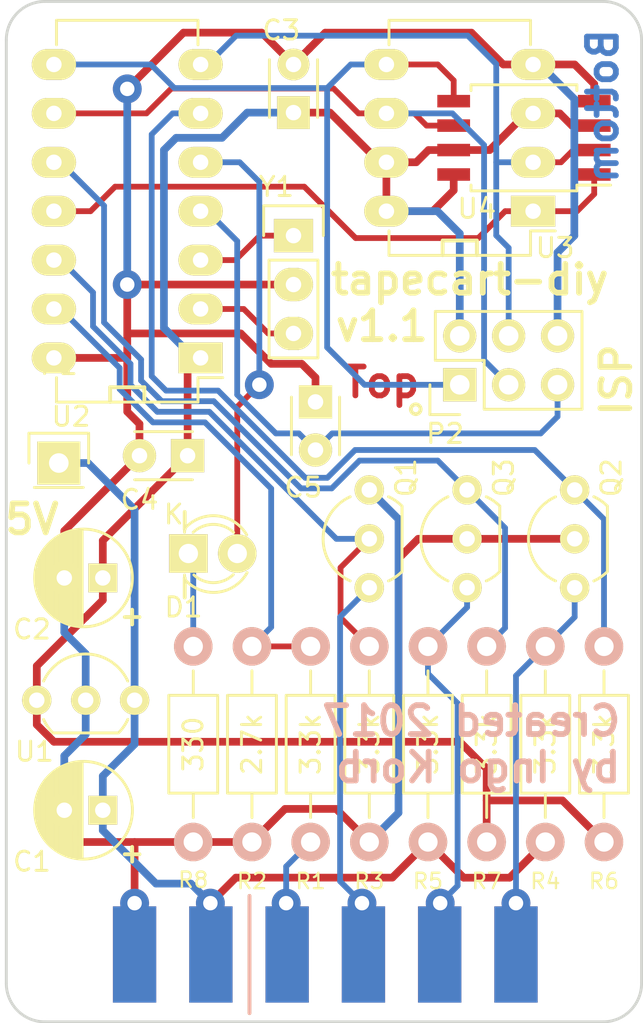
<source format=kicad_pcb>
(kicad_pcb (version 4) (host pcbnew 4.0.5)

  (general
    (links 72)
    (no_connects 0)
    (area 128.607953 43.840928 165.542 105.349714)
    (thickness 1.6)
    (drawings 30)
    (tracks 292)
    (zones 0)
    (modules 25)
    (nets 21)
  )

  (page A4)
  (layers
    (0 F.Cu signal)
    (31 B.Cu signal)
    (32 B.Adhes user)
    (33 F.Adhes user)
    (34 B.Paste user)
    (35 F.Paste user)
    (36 B.SilkS user)
    (37 F.SilkS user)
    (38 B.Mask user)
    (39 F.Mask user)
    (40 Dwgs.User user)
    (41 Cmts.User user)
    (42 Eco1.User user)
    (43 Eco2.User user)
    (44 Edge.Cuts user)
    (45 Margin user)
    (46 B.CrtYd user)
    (47 F.CrtYd user)
    (48 B.Fab user)
    (49 F.Fab user hide)
  )

  (setup
    (last_trace_width 0.3)
    (trace_clearance 0.25)
    (zone_clearance 0.508)
    (zone_45_only no)
    (trace_min 0.2)
    (segment_width 0.2)
    (edge_width 0.15)
    (via_size 1.5)
    (via_drill 0.75)
    (via_min_size 0.4)
    (via_min_drill 0.3)
    (uvia_size 0.3)
    (uvia_drill 0.1)
    (uvias_allowed no)
    (uvia_min_size 0.2)
    (uvia_min_drill 0.1)
    (pcb_text_width 0.3)
    (pcb_text_size 1.5 1.5)
    (mod_edge_width 0.15)
    (mod_text_size 1 1)
    (mod_text_width 0.15)
    (pad_size 1.7 1.7)
    (pad_drill 0.8)
    (pad_to_mask_clearance 0.2)
    (aux_axis_origin 0 0)
    (grid_origin 159.893 77.47)
    (visible_elements 7FFFFFFF)
    (pcbplotparams
      (layerselection 0x010f0_80000001)
      (usegerberextensions false)
      (excludeedgelayer true)
      (linewidth 0.100000)
      (plotframeref false)
      (viasonmask false)
      (mode 1)
      (useauxorigin false)
      (hpglpennumber 1)
      (hpglpenspeed 20)
      (hpglpendiameter 15)
      (hpglpenoverlay 2)
      (psnegative false)
      (psa4output false)
      (plotreference true)
      (plotvalue true)
      (plotinvisibletext false)
      (padsonsilk false)
      (subtractmaskfromsilk false)
      (outputformat 1)
      (mirror false)
      (drillshape 0)
      (scaleselection 1)
      (outputdirectory gerber))
  )

  (net 0 "")
  (net 1 +5V)
  (net 2 GND)
  (net 3 +3V3)
  (net 4 /Reset)
  (net 5 /Motor5)
  (net 6 /Read5)
  (net 7 /Write5)
  (net 8 /Sense5)
  (net 9 "Net-(D1-Pad1)")
  (net 10 /MISO)
  (net 11 /SCK)
  (net 12 /MOSI)
  (net 13 /Read3)
  (net 14 /Sense3)
  (net 15 /Write3)
  (net 16 /Motor3)
  (net 17 "Net-(U2-Pad2)")
  (net 18 "Net-(U2-Pad3)")
  (net 19 /SSEL)
  (net 20 "Net-(D1-Pad2)")

  (net_class Default "This is the default net class."
    (clearance 0.25)
    (trace_width 0.3)
    (via_dia 1.5)
    (via_drill 0.75)
    (uvia_dia 0.3)
    (uvia_drill 0.1)
    (add_net /MISO)
    (add_net /MOSI)
    (add_net /Motor3)
    (add_net /Motor5)
    (add_net /Read3)
    (add_net /Read5)
    (add_net /Reset)
    (add_net /SCK)
    (add_net /SSEL)
    (add_net /Sense3)
    (add_net /Sense5)
    (add_net /Write3)
    (add_net /Write5)
    (add_net "Net-(D1-Pad1)")
    (add_net "Net-(D1-Pad2)")
    (add_net "Net-(U2-Pad2)")
    (add_net "Net-(U2-Pad3)")
  )

  (net_class Power ""
    (clearance 0.25)
    (trace_width 0.4)
    (via_dia 1.5)
    (via_drill 0.75)
    (uvia_dia 0.3)
    (uvia_drill 0.1)
    (add_net +3V3)
    (add_net +5V)
    (add_net GND)
  )

  (module Housings_DIP:DIP-8_W7.62mm_LongPads (layer F.Cu) (tedit 593BD261) (tstamp 593BC42D)
    (at 159.258 54.864 180)
    (descr "8-lead dip package, row spacing 7.62 mm (300 mils), longer pads")
    (tags "dil dip 2.54 300")
    (path /593870AF)
    (fp_text reference U3 (at -1.143 -1.905 180) (layer F.SilkS)
      (effects (font (size 1 1) (thickness 0.15)))
    )
    (fp_text value W25Q16DV (at 0 -3.72 180) (layer F.Fab)
      (effects (font (size 1 1) (thickness 0.15)))
    )
    (fp_line (start -1.4 -2.45) (end -1.4 10.1) (layer F.CrtYd) (width 0.05))
    (fp_line (start 9 -2.45) (end 9 10.1) (layer F.CrtYd) (width 0.05))
    (fp_line (start -1.4 -2.45) (end 9 -2.45) (layer F.CrtYd) (width 0.05))
    (fp_line (start -1.4 10.1) (end 9 10.1) (layer F.CrtYd) (width 0.05))
    (fp_line (start 0.135 -2.295) (end 0.135 -1.025) (layer F.SilkS) (width 0.15))
    (fp_line (start 7.485 -2.295) (end 7.485 -1.025) (layer F.SilkS) (width 0.15))
    (fp_line (start 7.485 9.915) (end 7.485 8.645) (layer F.SilkS) (width 0.15))
    (fp_line (start 0.135 9.915) (end 0.135 8.645) (layer F.SilkS) (width 0.15))
    (fp_line (start 0.135 -2.295) (end 7.485 -2.295) (layer F.SilkS) (width 0.15))
    (fp_line (start 0.135 9.915) (end 7.485 9.915) (layer F.SilkS) (width 0.15))
    (fp_line (start 0.135 -1.025) (end -1.15 -1.025) (layer F.SilkS) (width 0.15))
    (pad 1 thru_hole rect (at 0 0 180) (size 2.3 1.6) (drill 0.8) (layers *.Cu *.Mask F.SilkS)
      (net 19 /SSEL))
    (pad 2 thru_hole oval (at 0 2.54 180) (size 2.3 1.6) (drill 0.8) (layers *.Cu *.Mask F.SilkS)
      (net 12 /MOSI))
    (pad 3 thru_hole oval (at 0 5.08 180) (size 2.3 1.6) (drill 0.8) (layers *.Cu *.Mask F.SilkS)
      (net 3 +3V3))
    (pad 4 thru_hole oval (at 0 7.62 180) (size 2.3 1.6) (drill 0.8) (layers *.Cu *.Mask F.SilkS)
      (net 2 GND))
    (pad 5 thru_hole oval (at 7.62 7.62 180) (size 2.3 1.6) (drill 0.8) (layers *.Cu *.Mask F.SilkS)
      (net 10 /MISO))
    (pad 6 thru_hole oval (at 7.62 5.08 180) (size 2.3 1.6) (drill 0.8) (layers *.Cu *.Mask F.SilkS)
      (net 11 /SCK))
    (pad 7 thru_hole oval (at 7.62 2.54 180) (size 2.3 1.6) (drill 0.8) (layers *.Cu *.Mask F.SilkS)
      (net 3 +3V3))
    (pad 8 thru_hole oval (at 7.62 0 180) (size 2.3 1.6) (drill 0.8) (layers *.Cu *.Mask F.SilkS)
      (net 3 +3V3))
    (model Housings_DIP.3dshapes/DIP-8_W7.62mm_LongPads.wrl
      (at (xyz 0 0 0))
      (scale (xyz 1 1 1))
      (rotate (xyz 0 0 0))
    )
  )

  (module Capacitors_ThroughHole:C_Radial_D5_L11_P2 (layer F.Cu) (tedit 596107C2) (tstamp 593BC36A)
    (at 136.906 85.979 180)
    (descr "Radial Electrolytic Capacitor 5mm x Length 11mm, Pitch 2mm")
    (tags "Electrolytic Capacitor")
    (path /593875F5)
    (fp_text reference C1 (at 3.683 -2.667 180) (layer F.SilkS)
      (effects (font (size 1 1) (thickness 0.15)))
    )
    (fp_text value 4.7uF (at 1 3.8 180) (layer F.Fab)
      (effects (font (size 1 1) (thickness 0.15)))
    )
    (fp_line (start 1.075 -2.499) (end 1.075 2.499) (layer F.SilkS) (width 0.15))
    (fp_line (start 1.215 -2.491) (end 1.215 -0.154) (layer F.SilkS) (width 0.15))
    (fp_line (start 1.215 0.154) (end 1.215 2.491) (layer F.SilkS) (width 0.15))
    (fp_line (start 1.355 -2.475) (end 1.355 -0.473) (layer F.SilkS) (width 0.15))
    (fp_line (start 1.355 0.473) (end 1.355 2.475) (layer F.SilkS) (width 0.15))
    (fp_line (start 1.495 -2.451) (end 1.495 -0.62) (layer F.SilkS) (width 0.15))
    (fp_line (start 1.495 0.62) (end 1.495 2.451) (layer F.SilkS) (width 0.15))
    (fp_line (start 1.635 -2.418) (end 1.635 -0.712) (layer F.SilkS) (width 0.15))
    (fp_line (start 1.635 0.712) (end 1.635 2.418) (layer F.SilkS) (width 0.15))
    (fp_line (start 1.775 -2.377) (end 1.775 -0.768) (layer F.SilkS) (width 0.15))
    (fp_line (start 1.775 0.768) (end 1.775 2.377) (layer F.SilkS) (width 0.15))
    (fp_line (start 1.915 -2.327) (end 1.915 -0.795) (layer F.SilkS) (width 0.15))
    (fp_line (start 1.915 0.795) (end 1.915 2.327) (layer F.SilkS) (width 0.15))
    (fp_line (start 2.055 -2.266) (end 2.055 -0.798) (layer F.SilkS) (width 0.15))
    (fp_line (start 2.055 0.798) (end 2.055 2.266) (layer F.SilkS) (width 0.15))
    (fp_line (start 2.195 -2.196) (end 2.195 -0.776) (layer F.SilkS) (width 0.15))
    (fp_line (start 2.195 0.776) (end 2.195 2.196) (layer F.SilkS) (width 0.15))
    (fp_line (start 2.335 -2.114) (end 2.335 -0.726) (layer F.SilkS) (width 0.15))
    (fp_line (start 2.335 0.726) (end 2.335 2.114) (layer F.SilkS) (width 0.15))
    (fp_line (start 2.475 -2.019) (end 2.475 -0.644) (layer F.SilkS) (width 0.15))
    (fp_line (start 2.475 0.644) (end 2.475 2.019) (layer F.SilkS) (width 0.15))
    (fp_line (start 2.615 -1.908) (end 2.615 -0.512) (layer F.SilkS) (width 0.15))
    (fp_line (start 2.615 0.512) (end 2.615 1.908) (layer F.SilkS) (width 0.15))
    (fp_line (start 2.755 -1.78) (end 2.755 -0.265) (layer F.SilkS) (width 0.15))
    (fp_line (start 2.755 0.265) (end 2.755 1.78) (layer F.SilkS) (width 0.15))
    (fp_line (start 2.895 -1.631) (end 2.895 1.631) (layer F.SilkS) (width 0.15))
    (fp_line (start 3.035 -1.452) (end 3.035 1.452) (layer F.SilkS) (width 0.15))
    (fp_line (start 3.175 -1.233) (end 3.175 1.233) (layer F.SilkS) (width 0.15))
    (fp_line (start 3.315 -0.944) (end 3.315 0.944) (layer F.SilkS) (width 0.15))
    (fp_line (start 3.455 -0.472) (end 3.455 0.472) (layer F.SilkS) (width 0.15))
    (fp_circle (center 2 0) (end 2 -0.8) (layer F.SilkS) (width 0.15))
    (fp_circle (center 1 0) (end 1 -2.5375) (layer F.SilkS) (width 0.15))
    (fp_circle (center 1 0) (end 1 -2.8) (layer F.CrtYd) (width 0.05))
    (pad 1 thru_hole rect (at 0 0 180) (size 1.5 1.5) (drill 0.8) (layers *.Cu *.Mask F.SilkS)
      (net 1 +5V))
    (pad 2 thru_hole circle (at 2 0 180) (size 1.5 1.5) (drill 0.8) (layers *.Cu *.Mask F.SilkS)
      (net 2 GND))
    (model Capacitors_ThroughHole.3dshapes/C_Radial_D5_L11_P2.wrl
      (at (xyz 0 0 0))
      (scale (xyz 1 1 1))
      (rotate (xyz 0 0 0))
    )
  )

  (module Capacitors_ThroughHole:C_Radial_D5_L11_P2 (layer F.Cu) (tedit 596107B1) (tstamp 593BC370)
    (at 136.906 73.914 180)
    (descr "Radial Electrolytic Capacitor 5mm x Length 11mm, Pitch 2mm")
    (tags "Electrolytic Capacitor")
    (path /593875B8)
    (fp_text reference C2 (at 3.683 -2.667 180) (layer F.SilkS)
      (effects (font (size 1 1) (thickness 0.15)))
    )
    (fp_text value 4.7uF (at 1 3.8 180) (layer F.Fab)
      (effects (font (size 1 1) (thickness 0.15)))
    )
    (fp_line (start 1.075 -2.499) (end 1.075 2.499) (layer F.SilkS) (width 0.15))
    (fp_line (start 1.215 -2.491) (end 1.215 -0.154) (layer F.SilkS) (width 0.15))
    (fp_line (start 1.215 0.154) (end 1.215 2.491) (layer F.SilkS) (width 0.15))
    (fp_line (start 1.355 -2.475) (end 1.355 -0.473) (layer F.SilkS) (width 0.15))
    (fp_line (start 1.355 0.473) (end 1.355 2.475) (layer F.SilkS) (width 0.15))
    (fp_line (start 1.495 -2.451) (end 1.495 -0.62) (layer F.SilkS) (width 0.15))
    (fp_line (start 1.495 0.62) (end 1.495 2.451) (layer F.SilkS) (width 0.15))
    (fp_line (start 1.635 -2.418) (end 1.635 -0.712) (layer F.SilkS) (width 0.15))
    (fp_line (start 1.635 0.712) (end 1.635 2.418) (layer F.SilkS) (width 0.15))
    (fp_line (start 1.775 -2.377) (end 1.775 -0.768) (layer F.SilkS) (width 0.15))
    (fp_line (start 1.775 0.768) (end 1.775 2.377) (layer F.SilkS) (width 0.15))
    (fp_line (start 1.915 -2.327) (end 1.915 -0.795) (layer F.SilkS) (width 0.15))
    (fp_line (start 1.915 0.795) (end 1.915 2.327) (layer F.SilkS) (width 0.15))
    (fp_line (start 2.055 -2.266) (end 2.055 -0.798) (layer F.SilkS) (width 0.15))
    (fp_line (start 2.055 0.798) (end 2.055 2.266) (layer F.SilkS) (width 0.15))
    (fp_line (start 2.195 -2.196) (end 2.195 -0.776) (layer F.SilkS) (width 0.15))
    (fp_line (start 2.195 0.776) (end 2.195 2.196) (layer F.SilkS) (width 0.15))
    (fp_line (start 2.335 -2.114) (end 2.335 -0.726) (layer F.SilkS) (width 0.15))
    (fp_line (start 2.335 0.726) (end 2.335 2.114) (layer F.SilkS) (width 0.15))
    (fp_line (start 2.475 -2.019) (end 2.475 -0.644) (layer F.SilkS) (width 0.15))
    (fp_line (start 2.475 0.644) (end 2.475 2.019) (layer F.SilkS) (width 0.15))
    (fp_line (start 2.615 -1.908) (end 2.615 -0.512) (layer F.SilkS) (width 0.15))
    (fp_line (start 2.615 0.512) (end 2.615 1.908) (layer F.SilkS) (width 0.15))
    (fp_line (start 2.755 -1.78) (end 2.755 -0.265) (layer F.SilkS) (width 0.15))
    (fp_line (start 2.755 0.265) (end 2.755 1.78) (layer F.SilkS) (width 0.15))
    (fp_line (start 2.895 -1.631) (end 2.895 1.631) (layer F.SilkS) (width 0.15))
    (fp_line (start 3.035 -1.452) (end 3.035 1.452) (layer F.SilkS) (width 0.15))
    (fp_line (start 3.175 -1.233) (end 3.175 1.233) (layer F.SilkS) (width 0.15))
    (fp_line (start 3.315 -0.944) (end 3.315 0.944) (layer F.SilkS) (width 0.15))
    (fp_line (start 3.455 -0.472) (end 3.455 0.472) (layer F.SilkS) (width 0.15))
    (fp_circle (center 2 0) (end 2 -0.8) (layer F.SilkS) (width 0.15))
    (fp_circle (center 1 0) (end 1 -2.5375) (layer F.SilkS) (width 0.15))
    (fp_circle (center 1 0) (end 1 -2.8) (layer F.CrtYd) (width 0.05))
    (pad 1 thru_hole rect (at 0 0 180) (size 1.5 1.5) (drill 0.8) (layers *.Cu *.Mask F.SilkS)
      (net 3 +3V3))
    (pad 2 thru_hole circle (at 2 0 180) (size 1.5 1.5) (drill 0.8) (layers *.Cu *.Mask F.SilkS)
      (net 2 GND))
    (model Capacitors_ThroughHole.3dshapes/C_Radial_D5_L11_P2.wrl
      (at (xyz 0 0 0))
      (scale (xyz 1 1 1))
      (rotate (xyz 0 0 0))
    )
  )

  (module Capacitors_ThroughHole:C_Disc_D3_P2.5 (layer F.Cu) (tedit 596155D0) (tstamp 593BC376)
    (at 146.812 49.744 90)
    (descr "Capacitor 3mm Disc, Pitch 2.5mm")
    (tags Capacitor)
    (path /59387E38)
    (fp_text reference C3 (at 4.278 -0.635 180) (layer F.SilkS)
      (effects (font (size 1 1) (thickness 0.15)))
    )
    (fp_text value 100nF (at 1.25 2.5 90) (layer F.Fab)
      (effects (font (size 1 1) (thickness 0.15)))
    )
    (fp_line (start -0.9 -1.5) (end 3.4 -1.5) (layer F.CrtYd) (width 0.05))
    (fp_line (start 3.4 -1.5) (end 3.4 1.5) (layer F.CrtYd) (width 0.05))
    (fp_line (start 3.4 1.5) (end -0.9 1.5) (layer F.CrtYd) (width 0.05))
    (fp_line (start -0.9 1.5) (end -0.9 -1.5) (layer F.CrtYd) (width 0.05))
    (fp_line (start -0.25 -1.25) (end 2.75 -1.25) (layer F.SilkS) (width 0.15))
    (fp_line (start 2.75 1.25) (end -0.25 1.25) (layer F.SilkS) (width 0.15))
    (pad 1 thru_hole rect (at 0 0 90) (size 1.7 1.7) (drill 0.8) (layers *.Cu *.Mask F.SilkS)
      (net 3 +3V3))
    (pad 2 thru_hole circle (at 2.5 0 90) (size 1.65 1.65) (drill 0.8001) (layers *.Cu *.Mask F.SilkS)
      (net 2 GND))
    (model Capacitors_ThroughHole.3dshapes/C_Disc_D3_P2.5.wrl
      (at (xyz 0.0492126 0 0))
      (scale (xyz 1 1 1))
      (rotate (xyz 0 0 0))
    )
  )

  (module Capacitors_ThroughHole:C_Disc_D3_P2.5 (layer F.Cu) (tedit 5961070B) (tstamp 593BC37C)
    (at 141.311 67.564 180)
    (descr "Capacitor 3mm Disc, Pitch 2.5mm")
    (tags Capacitor)
    (path /59388234)
    (fp_text reference C4 (at 2.5 -2.286 180) (layer F.SilkS)
      (effects (font (size 1 1) (thickness 0.15)))
    )
    (fp_text value 100nF (at 1.25 2.5 180) (layer F.Fab)
      (effects (font (size 1 1) (thickness 0.15)))
    )
    (fp_line (start -0.9 -1.5) (end 3.4 -1.5) (layer F.CrtYd) (width 0.05))
    (fp_line (start 3.4 -1.5) (end 3.4 1.5) (layer F.CrtYd) (width 0.05))
    (fp_line (start 3.4 1.5) (end -0.9 1.5) (layer F.CrtYd) (width 0.05))
    (fp_line (start -0.9 1.5) (end -0.9 -1.5) (layer F.CrtYd) (width 0.05))
    (fp_line (start -0.25 -1.25) (end 2.75 -1.25) (layer F.SilkS) (width 0.15))
    (fp_line (start 2.75 1.25) (end -0.25 1.25) (layer F.SilkS) (width 0.15))
    (pad 1 thru_hole rect (at 0 0 180) (size 1.7272 1.7272) (drill 0.8) (layers *.Cu *.Mask F.SilkS)
      (net 3 +3V3))
    (pad 2 thru_hole circle (at 2.5 0 180) (size 1.7272 1.7272) (drill 0.8001) (layers *.Cu *.Mask F.SilkS)
      (net 2 GND))
    (model Capacitors_ThroughHole.3dshapes/C_Disc_D3_P2.5.wrl
      (at (xyz 0.0492126 0 0))
      (scale (xyz 1 1 1))
      (rotate (xyz 0 0 0))
    )
  )

  (module Capacitors_ThroughHole:C_Disc_D3_P2.5 (layer F.Cu) (tedit 5961071F) (tstamp 593BC382)
    (at 147.955 64.77 270)
    (descr "Capacitor 3mm Disc, Pitch 2.5mm")
    (tags Capacitor)
    (path /593B5D56)
    (fp_text reference C5 (at 4.445 0.635 360) (layer F.SilkS)
      (effects (font (size 1 1) (thickness 0.15)))
    )
    (fp_text value 100nF (at 1.25 2.5 270) (layer F.Fab)
      (effects (font (size 1 1) (thickness 0.15)))
    )
    (fp_line (start -0.9 -1.5) (end 3.4 -1.5) (layer F.CrtYd) (width 0.05))
    (fp_line (start 3.4 -1.5) (end 3.4 1.5) (layer F.CrtYd) (width 0.05))
    (fp_line (start 3.4 1.5) (end -0.9 1.5) (layer F.CrtYd) (width 0.05))
    (fp_line (start -0.9 1.5) (end -0.9 -1.5) (layer F.CrtYd) (width 0.05))
    (fp_line (start -0.25 -1.25) (end 2.75 -1.25) (layer F.SilkS) (width 0.15))
    (fp_line (start 2.75 1.25) (end -0.25 1.25) (layer F.SilkS) (width 0.15))
    (pad 1 thru_hole rect (at 0 0 270) (size 1.7272 1.7272) (drill 0.8) (layers *.Cu *.Mask F.SilkS)
      (net 2 GND))
    (pad 2 thru_hole circle (at 2.5 0 270) (size 1.7272 1.7272) (drill 0.8001) (layers *.Cu *.Mask F.SilkS)
      (net 4 /Reset))
    (model Capacitors_ThroughHole.3dshapes/C_Disc_D3_P2.5.wrl
      (at (xyz 0.0492126 0 0))
      (scale (xyz 1 1 1))
      (rotate (xyz 0 0 0))
    )
  )

  (module edgeconn_6x2:EDGECONN_6x2_IMP_5mm placed (layer F.Cu) (tedit 56FAD2F2) (tstamp 593BC392)
    (at 148.59 93.726)
    (path /5939EA47)
    (fp_text reference CN1 (at 0 4.5) (layer F.SilkS) hide
      (effects (font (size 1 1) (thickness 0.15)))
    )
    (fp_text value EDGECONN_6X2 (at -14.2494 5.588 90) (layer F.SilkS) hide
      (effects (font (size 1 1) (thickness 0.15)))
    )
    (pad 1 connect rect (at -10.033 -0.254) (size 2.25 5) (layers F.Cu F.Mask)
      (net 2 GND))
    (pad 2 connect rect (at -6.0706 -0.254) (size 2.25 5) (layers F.Cu F.Mask)
      (net 1 +5V))
    (pad 3 connect rect (at -2.1082 -0.254) (size 2.25 5) (layers F.Cu F.Mask)
      (net 5 /Motor5))
    (pad 4 connect rect (at 1.8542 -0.254) (size 2.25 5) (layers F.Cu F.Mask)
      (net 6 /Read5))
    (pad 5 connect rect (at 5.8166 -0.254) (size 2.25 5) (layers F.Cu F.Mask)
      (net 7 /Write5))
    (pad 6 connect rect (at 9.779 -0.254) (size 2.25 5) (layers F.Cu F.Mask)
      (net 8 /Sense5))
    (pad A connect rect (at -10.033 -0.254) (size 2.25 5) (layers B.Cu B.Mask)
      (net 2 GND))
    (pad B connect rect (at -6.0706 -0.254) (size 2.25 5) (layers B.Cu B.Mask)
      (net 1 +5V))
    (pad C connect rect (at -2.1082 -0.254) (size 2.25 5) (layers B.Cu B.Mask)
      (net 5 /Motor5))
    (pad D connect rect (at 1.8542 -0.254) (size 2.25 5) (layers B.Cu B.Mask)
      (net 6 /Read5))
    (pad E connect rect (at 5.8166 -0.254) (size 2.25 5) (layers B.Cu B.Mask)
      (net 7 /Write5))
    (pad F connect rect (at 9.779 -0.254) (size 2.25 5) (layers B.Cu B.Mask)
      (net 8 /Sense5))
  )

  (module LEDs:LED-3MM (layer F.Cu) (tedit 559B82F6) (tstamp 593BC398)
    (at 141.351 72.644)
    (descr "LED 3mm round vertical")
    (tags "LED  3mm round vertical")
    (path /59388FDE)
    (fp_text reference D1 (at -0.254 2.794) (layer F.SilkS)
      (effects (font (size 1 1) (thickness 0.15)))
    )
    (fp_text value LED (at 1.3 -2.9) (layer F.Fab)
      (effects (font (size 1 1) (thickness 0.15)))
    )
    (fp_line (start -1.2 2.3) (end 3.8 2.3) (layer F.CrtYd) (width 0.05))
    (fp_line (start 3.8 2.3) (end 3.8 -2.2) (layer F.CrtYd) (width 0.05))
    (fp_line (start 3.8 -2.2) (end -1.2 -2.2) (layer F.CrtYd) (width 0.05))
    (fp_line (start -1.2 -2.2) (end -1.2 2.3) (layer F.CrtYd) (width 0.05))
    (fp_line (start -0.199 1.314) (end -0.199 1.114) (layer F.SilkS) (width 0.15))
    (fp_line (start -0.199 -1.28) (end -0.199 -1.1) (layer F.SilkS) (width 0.15))
    (fp_arc (start 1.301 0.034) (end -0.199 -1.286) (angle 108.5) (layer F.SilkS) (width 0.15))
    (fp_arc (start 1.301 0.034) (end 0.25 -1.1) (angle 85.7) (layer F.SilkS) (width 0.15))
    (fp_arc (start 1.311 0.034) (end 3.051 0.994) (angle 110) (layer F.SilkS) (width 0.15))
    (fp_arc (start 1.301 0.034) (end 2.335 1.094) (angle 87.5) (layer F.SilkS) (width 0.15))
    (fp_text user K (at -0.762 -2.032) (layer F.SilkS)
      (effects (font (size 1 1) (thickness 0.15)))
    )
    (pad 1 thru_hole rect (at 0 0 90) (size 2 2) (drill 1.00076) (layers *.Cu *.Mask F.SilkS)
      (net 9 "Net-(D1-Pad1)"))
    (pad 2 thru_hole circle (at 2.54 0) (size 2 2) (drill 1.00076) (layers *.Cu *.Mask F.SilkS)
      (net 20 "Net-(D1-Pad2)"))
    (model LEDs.3dshapes/LED-3MM.wrl
      (at (xyz 0.05 0 0))
      (scale (xyz 1 1 1))
      (rotate (xyz 0 0 90))
    )
  )

  (module Pin_Headers:Pin_Header_Straight_1x01 (layer F.Cu) (tedit 54EA08DC) (tstamp 593BC39D)
    (at 134.62 67.945)
    (descr "Through hole pin header")
    (tags "pin header")
    (path /5939F0BD)
    (fp_text reference P1 (at 0 -5.1) (layer F.SilkS)
      (effects (font (size 1 1) (thickness 0.15)))
    )
    (fp_text value CONN_01X01 (at 0 -3.1) (layer F.Fab)
      (effects (font (size 1 1) (thickness 0.15)))
    )
    (fp_line (start 1.55 -1.55) (end 1.55 0) (layer F.SilkS) (width 0.15))
    (fp_line (start -1.75 -1.75) (end -1.75 1.75) (layer F.CrtYd) (width 0.05))
    (fp_line (start 1.75 -1.75) (end 1.75 1.75) (layer F.CrtYd) (width 0.05))
    (fp_line (start -1.75 -1.75) (end 1.75 -1.75) (layer F.CrtYd) (width 0.05))
    (fp_line (start -1.75 1.75) (end 1.75 1.75) (layer F.CrtYd) (width 0.05))
    (fp_line (start -1.55 0) (end -1.55 -1.55) (layer F.SilkS) (width 0.15))
    (fp_line (start -1.55 -1.55) (end 1.55 -1.55) (layer F.SilkS) (width 0.15))
    (fp_line (start -1.27 1.27) (end 1.27 1.27) (layer F.SilkS) (width 0.15))
    (pad 1 thru_hole rect (at 0 0) (size 2.2352 2.2352) (drill 1.016) (layers *.Cu *.Mask F.SilkS)
      (net 1 +5V))
    (model Pin_Headers.3dshapes/Pin_Header_Straight_1x01.wrl
      (at (xyz 0 0 0))
      (scale (xyz 1 1 1))
      (rotate (xyz 0 0 90))
    )
  )

  (module Pin_Headers:Pin_Header_Straight_2x03 (layer F.Cu) (tedit 54EA0A4B) (tstamp 593BC3A7)
    (at 155.448 63.881 90)
    (descr "Through hole pin header")
    (tags "pin header")
    (path /59386D77)
    (fp_text reference P2 (at -2.54 -0.762 180) (layer F.SilkS)
      (effects (font (size 1 1) (thickness 0.15)))
    )
    (fp_text value CONN_02X03 (at 0 -3.1 90) (layer F.Fab)
      (effects (font (size 1 1) (thickness 0.15)))
    )
    (fp_line (start -1.27 1.27) (end -1.27 6.35) (layer F.SilkS) (width 0.15))
    (fp_line (start -1.55 -1.55) (end 0 -1.55) (layer F.SilkS) (width 0.15))
    (fp_line (start -1.75 -1.75) (end -1.75 6.85) (layer F.CrtYd) (width 0.05))
    (fp_line (start 4.3 -1.75) (end 4.3 6.85) (layer F.CrtYd) (width 0.05))
    (fp_line (start -1.75 -1.75) (end 4.3 -1.75) (layer F.CrtYd) (width 0.05))
    (fp_line (start -1.75 6.85) (end 4.3 6.85) (layer F.CrtYd) (width 0.05))
    (fp_line (start 1.27 -1.27) (end 1.27 1.27) (layer F.SilkS) (width 0.15))
    (fp_line (start 1.27 1.27) (end -1.27 1.27) (layer F.SilkS) (width 0.15))
    (fp_line (start -1.27 6.35) (end 3.81 6.35) (layer F.SilkS) (width 0.15))
    (fp_line (start 3.81 6.35) (end 3.81 1.27) (layer F.SilkS) (width 0.15))
    (fp_line (start -1.55 -1.55) (end -1.55 0) (layer F.SilkS) (width 0.15))
    (fp_line (start 3.81 -1.27) (end 1.27 -1.27) (layer F.SilkS) (width 0.15))
    (fp_line (start 3.81 1.27) (end 3.81 -1.27) (layer F.SilkS) (width 0.15))
    (pad 1 thru_hole rect (at 0 0 90) (size 1.7272 1.7272) (drill 1.016) (layers *.Cu *.Mask F.SilkS)
      (net 10 /MISO))
    (pad 2 thru_hole oval (at 2.54 0 90) (size 1.7272 1.7272) (drill 1.016) (layers *.Cu *.Mask F.SilkS)
      (net 3 +3V3))
    (pad 3 thru_hole oval (at 0 2.54 90) (size 1.7272 1.7272) (drill 1.016) (layers *.Cu *.Mask F.SilkS)
      (net 11 /SCK))
    (pad 4 thru_hole oval (at 2.54 2.54 90) (size 1.7272 1.7272) (drill 1.016) (layers *.Cu *.Mask F.SilkS)
      (net 12 /MOSI))
    (pad 5 thru_hole oval (at 0 5.08 90) (size 1.7272 1.7272) (drill 1.016) (layers *.Cu *.Mask F.SilkS)
      (net 4 /Reset))
    (pad 6 thru_hole oval (at 2.54 5.08 90) (size 1.7272 1.7272) (drill 1.016) (layers *.Cu *.Mask F.SilkS)
      (net 2 GND))
    (model Pin_Headers.3dshapes/Pin_Header_Straight_2x03.wrl
      (at (xyz 0.05 -0.1 0))
      (scale (xyz 1 1 1))
      (rotate (xyz 0 0 90))
    )
  )

  (module Resistors_ThroughHole:Resistor_Horizontal_RM10mm (layer F.Cu) (tedit 593BD199) (tstamp 593BC3D7)
    (at 147.701 87.63 90)
    (descr "Resistor, Axial,  RM 10mm, 1/3W")
    (tags "Resistor Axial RM 10mm 1/3W")
    (path /5939FD6C)
    (fp_text reference R1 (at -2.032 0 180) (layer F.SilkS)
      (effects (font (size 0.8 0.8) (thickness 0.12)))
    )
    (fp_text value 3.3k (at 5.08 0 90) (layer F.SilkS)
      (effects (font (size 1 1) (thickness 0.15)))
    )
    (fp_line (start -1.25 -1.5) (end 11.4 -1.5) (layer F.CrtYd) (width 0.05))
    (fp_line (start -1.25 1.5) (end -1.25 -1.5) (layer F.CrtYd) (width 0.05))
    (fp_line (start 11.4 -1.5) (end 11.4 1.5) (layer F.CrtYd) (width 0.05))
    (fp_line (start -1.25 1.5) (end 11.4 1.5) (layer F.CrtYd) (width 0.05))
    (fp_line (start 2.54 -1.27) (end 7.62 -1.27) (layer F.SilkS) (width 0.15))
    (fp_line (start 7.62 -1.27) (end 7.62 1.27) (layer F.SilkS) (width 0.15))
    (fp_line (start 7.62 1.27) (end 2.54 1.27) (layer F.SilkS) (width 0.15))
    (fp_line (start 2.54 1.27) (end 2.54 -1.27) (layer F.SilkS) (width 0.15))
    (fp_line (start 2.54 0) (end 1.27 0) (layer F.SilkS) (width 0.15))
    (fp_line (start 7.62 0) (end 8.89 0) (layer F.SilkS) (width 0.15))
    (pad 1 thru_hole circle (at 0 0 90) (size 1.99898 1.99898) (drill 1.00076) (layers *.Cu *.SilkS *.Mask)
      (net 5 /Motor5))
    (pad 2 thru_hole circle (at 10.16 0 90) (size 1.99898 1.99898) (drill 1.00076) (layers *.Cu *.SilkS *.Mask)
      (net 16 /Motor3))
    (model Resistors_ThroughHole.3dshapes/Resistor_Horizontal_RM10mm.wrl
      (at (xyz 0.2 0 0))
      (scale (xyz 0.4 0.4 0.4))
      (rotate (xyz 0 0 0))
    )
  )

  (module Resistors_ThroughHole:Resistor_Horizontal_RM10mm (layer F.Cu) (tedit 593BD192) (tstamp 593BC3DD)
    (at 144.653 77.47 270)
    (descr "Resistor, Axial,  RM 10mm, 1/3W")
    (tags "Resistor Axial RM 10mm 1/3W")
    (path /5939FDA3)
    (fp_text reference R2 (at 12.192 0 360) (layer F.SilkS)
      (effects (font (size 0.8 0.8) (thickness 0.12)))
    )
    (fp_text value 2.7k (at 5.08 0 270) (layer F.SilkS)
      (effects (font (size 1 1) (thickness 0.15)))
    )
    (fp_line (start -1.25 -1.5) (end 11.4 -1.5) (layer F.CrtYd) (width 0.05))
    (fp_line (start -1.25 1.5) (end -1.25 -1.5) (layer F.CrtYd) (width 0.05))
    (fp_line (start 11.4 -1.5) (end 11.4 1.5) (layer F.CrtYd) (width 0.05))
    (fp_line (start -1.25 1.5) (end 11.4 1.5) (layer F.CrtYd) (width 0.05))
    (fp_line (start 2.54 -1.27) (end 7.62 -1.27) (layer F.SilkS) (width 0.15))
    (fp_line (start 7.62 -1.27) (end 7.62 1.27) (layer F.SilkS) (width 0.15))
    (fp_line (start 7.62 1.27) (end 2.54 1.27) (layer F.SilkS) (width 0.15))
    (fp_line (start 2.54 1.27) (end 2.54 -1.27) (layer F.SilkS) (width 0.15))
    (fp_line (start 2.54 0) (end 1.27 0) (layer F.SilkS) (width 0.15))
    (fp_line (start 7.62 0) (end 8.89 0) (layer F.SilkS) (width 0.15))
    (pad 1 thru_hole circle (at 0 0 270) (size 1.99898 1.99898) (drill 1.00076) (layers *.Cu *.SilkS *.Mask)
      (net 16 /Motor3))
    (pad 2 thru_hole circle (at 10.16 0 270) (size 1.99898 1.99898) (drill 1.00076) (layers *.Cu *.SilkS *.Mask)
      (net 2 GND))
    (model Resistors_ThroughHole.3dshapes/Resistor_Horizontal_RM10mm.wrl
      (at (xyz 0.2 0 0))
      (scale (xyz 0.4 0.4 0.4))
      (rotate (xyz 0 0 0))
    )
  )

  (module Resistors_ThroughHole:Resistor_Horizontal_RM10mm (layer F.Cu) (tedit 593BD19D) (tstamp 593BC3E3)
    (at 150.749 77.47 270)
    (descr "Resistor, Axial,  RM 10mm, 1/3W")
    (tags "Resistor Axial RM 10mm 1/3W")
    (path /5939FDDC)
    (fp_text reference R3 (at 12.192 0 360) (layer F.SilkS)
      (effects (font (size 0.8 0.8) (thickness 0.12)))
    )
    (fp_text value 3.3k (at 5.08 0 270) (layer F.SilkS)
      (effects (font (size 1 1) (thickness 0.15)))
    )
    (fp_line (start -1.25 -1.5) (end 11.4 -1.5) (layer F.CrtYd) (width 0.05))
    (fp_line (start -1.25 1.5) (end -1.25 -1.5) (layer F.CrtYd) (width 0.05))
    (fp_line (start 11.4 -1.5) (end 11.4 1.5) (layer F.CrtYd) (width 0.05))
    (fp_line (start -1.25 1.5) (end 11.4 1.5) (layer F.CrtYd) (width 0.05))
    (fp_line (start 2.54 -1.27) (end 7.62 -1.27) (layer F.SilkS) (width 0.15))
    (fp_line (start 7.62 -1.27) (end 7.62 1.27) (layer F.SilkS) (width 0.15))
    (fp_line (start 7.62 1.27) (end 2.54 1.27) (layer F.SilkS) (width 0.15))
    (fp_line (start 2.54 1.27) (end 2.54 -1.27) (layer F.SilkS) (width 0.15))
    (fp_line (start 2.54 0) (end 1.27 0) (layer F.SilkS) (width 0.15))
    (fp_line (start 7.62 0) (end 8.89 0) (layer F.SilkS) (width 0.15))
    (pad 1 thru_hole circle (at 0 0 270) (size 1.99898 1.99898) (drill 1.00076) (layers *.Cu *.SilkS *.Mask)
      (net 13 /Read3))
    (pad 2 thru_hole circle (at 10.16 0 270) (size 1.99898 1.99898) (drill 1.00076) (layers *.Cu *.SilkS *.Mask)
      (net 2 GND))
    (model Resistors_ThroughHole.3dshapes/Resistor_Horizontal_RM10mm.wrl
      (at (xyz 0.2 0 0))
      (scale (xyz 0.4 0.4 0.4))
      (rotate (xyz 0 0 0))
    )
  )

  (module Resistors_ThroughHole:Resistor_Horizontal_RM10mm (layer F.Cu) (tedit 593BD1AC) (tstamp 593BC3E9)
    (at 159.893 87.63 90)
    (descr "Resistor, Axial,  RM 10mm, 1/3W")
    (tags "Resistor Axial RM 10mm 1/3W")
    (path /593A013F)
    (fp_text reference R4 (at -2.032 0 180) (layer F.SilkS)
      (effects (font (size 0.8 0.8) (thickness 0.12)))
    )
    (fp_text value 3.3k (at 5.08 0 90) (layer F.SilkS)
      (effects (font (size 1 1) (thickness 0.15)))
    )
    (fp_line (start -1.25 -1.5) (end 11.4 -1.5) (layer F.CrtYd) (width 0.05))
    (fp_line (start -1.25 1.5) (end -1.25 -1.5) (layer F.CrtYd) (width 0.05))
    (fp_line (start 11.4 -1.5) (end 11.4 1.5) (layer F.CrtYd) (width 0.05))
    (fp_line (start -1.25 1.5) (end 11.4 1.5) (layer F.CrtYd) (width 0.05))
    (fp_line (start 2.54 -1.27) (end 7.62 -1.27) (layer F.SilkS) (width 0.15))
    (fp_line (start 7.62 -1.27) (end 7.62 1.27) (layer F.SilkS) (width 0.15))
    (fp_line (start 7.62 1.27) (end 2.54 1.27) (layer F.SilkS) (width 0.15))
    (fp_line (start 2.54 1.27) (end 2.54 -1.27) (layer F.SilkS) (width 0.15))
    (fp_line (start 2.54 0) (end 1.27 0) (layer F.SilkS) (width 0.15))
    (fp_line (start 7.62 0) (end 8.89 0) (layer F.SilkS) (width 0.15))
    (pad 1 thru_hole circle (at 0 0 90) (size 1.99898 1.99898) (drill 1.00076) (layers *.Cu *.SilkS *.Mask)
      (net 1 +5V))
    (pad 2 thru_hole circle (at 10.16 0 90) (size 1.99898 1.99898) (drill 1.00076) (layers *.Cu *.SilkS *.Mask)
      (net 8 /Sense5))
    (model Resistors_ThroughHole.3dshapes/Resistor_Horizontal_RM10mm.wrl
      (at (xyz 0.2 0 0))
      (scale (xyz 0.4 0.4 0.4))
      (rotate (xyz 0 0 0))
    )
  )

  (module Resistors_ThroughHole:Resistor_Horizontal_RM10mm (layer F.Cu) (tedit 593BD1A2) (tstamp 593BC3EF)
    (at 153.797 87.63 90)
    (descr "Resistor, Axial,  RM 10mm, 1/3W")
    (tags "Resistor Axial RM 10mm 1/3W")
    (path /593A017C)
    (fp_text reference R5 (at -2.032 0 180) (layer F.SilkS)
      (effects (font (size 0.8 0.8) (thickness 0.12)))
    )
    (fp_text value 3.3k (at 5.08 0 90) (layer F.SilkS)
      (effects (font (size 1 1) (thickness 0.15)))
    )
    (fp_line (start -1.25 -1.5) (end 11.4 -1.5) (layer F.CrtYd) (width 0.05))
    (fp_line (start -1.25 1.5) (end -1.25 -1.5) (layer F.CrtYd) (width 0.05))
    (fp_line (start 11.4 -1.5) (end 11.4 1.5) (layer F.CrtYd) (width 0.05))
    (fp_line (start -1.25 1.5) (end 11.4 1.5) (layer F.CrtYd) (width 0.05))
    (fp_line (start 2.54 -1.27) (end 7.62 -1.27) (layer F.SilkS) (width 0.15))
    (fp_line (start 7.62 -1.27) (end 7.62 1.27) (layer F.SilkS) (width 0.15))
    (fp_line (start 7.62 1.27) (end 2.54 1.27) (layer F.SilkS) (width 0.15))
    (fp_line (start 2.54 1.27) (end 2.54 -1.27) (layer F.SilkS) (width 0.15))
    (fp_line (start 2.54 0) (end 1.27 0) (layer F.SilkS) (width 0.15))
    (fp_line (start 7.62 0) (end 8.89 0) (layer F.SilkS) (width 0.15))
    (pad 1 thru_hole circle (at 0 0 90) (size 1.99898 1.99898) (drill 1.00076) (layers *.Cu *.SilkS *.Mask)
      (net 1 +5V))
    (pad 2 thru_hole circle (at 10.16 0 90) (size 1.99898 1.99898) (drill 1.00076) (layers *.Cu *.SilkS *.Mask)
      (net 7 /Write5))
    (model Resistors_ThroughHole.3dshapes/Resistor_Horizontal_RM10mm.wrl
      (at (xyz 0.2 0 0))
      (scale (xyz 0.4 0.4 0.4))
      (rotate (xyz 0 0 0))
    )
  )

  (module Resistors_ThroughHole:Resistor_Horizontal_RM10mm (layer F.Cu) (tedit 593BD1CC) (tstamp 593BC3F5)
    (at 162.941 87.63 90)
    (descr "Resistor, Axial,  RM 10mm, 1/3W")
    (tags "Resistor Axial RM 10mm 1/3W")
    (path /593A01BB)
    (fp_text reference R6 (at -2.032 0 180) (layer F.SilkS)
      (effects (font (size 0.8 0.8) (thickness 0.12)))
    )
    (fp_text value 3.3k (at 5.08 0 90) (layer F.SilkS)
      (effects (font (size 1 1) (thickness 0.15)))
    )
    (fp_line (start -1.25 -1.5) (end 11.4 -1.5) (layer F.CrtYd) (width 0.05))
    (fp_line (start -1.25 1.5) (end -1.25 -1.5) (layer F.CrtYd) (width 0.05))
    (fp_line (start 11.4 -1.5) (end 11.4 1.5) (layer F.CrtYd) (width 0.05))
    (fp_line (start -1.25 1.5) (end 11.4 1.5) (layer F.CrtYd) (width 0.05))
    (fp_line (start 2.54 -1.27) (end 7.62 -1.27) (layer F.SilkS) (width 0.15))
    (fp_line (start 7.62 -1.27) (end 7.62 1.27) (layer F.SilkS) (width 0.15))
    (fp_line (start 7.62 1.27) (end 2.54 1.27) (layer F.SilkS) (width 0.15))
    (fp_line (start 2.54 1.27) (end 2.54 -1.27) (layer F.SilkS) (width 0.15))
    (fp_line (start 2.54 0) (end 1.27 0) (layer F.SilkS) (width 0.15))
    (fp_line (start 7.62 0) (end 8.89 0) (layer F.SilkS) (width 0.15))
    (pad 1 thru_hole circle (at 0 0 90) (size 1.99898 1.99898) (drill 1.00076) (layers *.Cu *.SilkS *.Mask)
      (net 3 +3V3))
    (pad 2 thru_hole circle (at 10.16 0 90) (size 1.99898 1.99898) (drill 1.00076) (layers *.Cu *.SilkS *.Mask)
      (net 14 /Sense3))
    (model Resistors_ThroughHole.3dshapes/Resistor_Horizontal_RM10mm.wrl
      (at (xyz 0.2 0 0))
      (scale (xyz 0.4 0.4 0.4))
      (rotate (xyz 0 0 0))
    )
  )

  (module Resistors_ThroughHole:Resistor_Horizontal_RM10mm (layer F.Cu) (tedit 593BD1A8) (tstamp 593BC3FB)
    (at 156.845 77.47 270)
    (descr "Resistor, Axial,  RM 10mm, 1/3W")
    (tags "Resistor Axial RM 10mm 1/3W")
    (path /593A01FE)
    (fp_text reference R7 (at 12.192 0 360) (layer F.SilkS)
      (effects (font (size 0.8 0.8) (thickness 0.12)))
    )
    (fp_text value 3.3k (at 5.08 0 270) (layer F.SilkS)
      (effects (font (size 1 1) (thickness 0.15)))
    )
    (fp_line (start -1.25 -1.5) (end 11.4 -1.5) (layer F.CrtYd) (width 0.05))
    (fp_line (start -1.25 1.5) (end -1.25 -1.5) (layer F.CrtYd) (width 0.05))
    (fp_line (start 11.4 -1.5) (end 11.4 1.5) (layer F.CrtYd) (width 0.05))
    (fp_line (start -1.25 1.5) (end 11.4 1.5) (layer F.CrtYd) (width 0.05))
    (fp_line (start 2.54 -1.27) (end 7.62 -1.27) (layer F.SilkS) (width 0.15))
    (fp_line (start 7.62 -1.27) (end 7.62 1.27) (layer F.SilkS) (width 0.15))
    (fp_line (start 7.62 1.27) (end 2.54 1.27) (layer F.SilkS) (width 0.15))
    (fp_line (start 2.54 1.27) (end 2.54 -1.27) (layer F.SilkS) (width 0.15))
    (fp_line (start 2.54 0) (end 1.27 0) (layer F.SilkS) (width 0.15))
    (fp_line (start 7.62 0) (end 8.89 0) (layer F.SilkS) (width 0.15))
    (pad 1 thru_hole circle (at 0 0 270) (size 1.99898 1.99898) (drill 1.00076) (layers *.Cu *.SilkS *.Mask)
      (net 15 /Write3))
    (pad 2 thru_hole circle (at 10.16 0 270) (size 1.99898 1.99898) (drill 1.00076) (layers *.Cu *.SilkS *.Mask)
      (net 3 +3V3))
    (model Resistors_ThroughHole.3dshapes/Resistor_Horizontal_RM10mm.wrl
      (at (xyz 0.2 0 0))
      (scale (xyz 0.4 0.4 0.4))
      (rotate (xyz 0 0 0))
    )
  )

  (module Resistors_ThroughHole:Resistor_Horizontal_RM10mm (layer F.Cu) (tedit 593BD18E) (tstamp 593BC401)
    (at 141.605 87.63 90)
    (descr "Resistor, Axial,  RM 10mm, 1/3W")
    (tags "Resistor Axial RM 10mm 1/3W")
    (path /5938900F)
    (fp_text reference R8 (at -1.9685 0 180) (layer F.SilkS)
      (effects (font (size 0.8 0.8) (thickness 0.12)))
    )
    (fp_text value 330 (at 5.08 0 90) (layer F.SilkS)
      (effects (font (size 1 1) (thickness 0.15)))
    )
    (fp_line (start -1.25 -1.5) (end 11.4 -1.5) (layer F.CrtYd) (width 0.05))
    (fp_line (start -1.25 1.5) (end -1.25 -1.5) (layer F.CrtYd) (width 0.05))
    (fp_line (start 11.4 -1.5) (end 11.4 1.5) (layer F.CrtYd) (width 0.05))
    (fp_line (start -1.25 1.5) (end 11.4 1.5) (layer F.CrtYd) (width 0.05))
    (fp_line (start 2.54 -1.27) (end 7.62 -1.27) (layer F.SilkS) (width 0.15))
    (fp_line (start 7.62 -1.27) (end 7.62 1.27) (layer F.SilkS) (width 0.15))
    (fp_line (start 7.62 1.27) (end 2.54 1.27) (layer F.SilkS) (width 0.15))
    (fp_line (start 2.54 1.27) (end 2.54 -1.27) (layer F.SilkS) (width 0.15))
    (fp_line (start 2.54 0) (end 1.27 0) (layer F.SilkS) (width 0.15))
    (fp_line (start 7.62 0) (end 8.89 0) (layer F.SilkS) (width 0.15))
    (pad 1 thru_hole circle (at 0 0 90) (size 1.99898 1.99898) (drill 1.00076) (layers *.Cu *.SilkS *.Mask)
      (net 2 GND))
    (pad 2 thru_hole circle (at 10.16 0 90) (size 1.99898 1.99898) (drill 1.00076) (layers *.Cu *.SilkS *.Mask)
      (net 9 "Net-(D1-Pad1)"))
    (model Resistors_ThroughHole.3dshapes/Resistor_Horizontal_RM10mm.wrl
      (at (xyz 0.2 0 0))
      (scale (xyz 0.4 0.4 0.4))
      (rotate (xyz 0 0 0))
    )
  )

  (module Housings_DIP:DIP-14_W7.62mm_LongPads (layer F.Cu) (tedit 593BD258) (tstamp 593BC421)
    (at 141.986 62.484 180)
    (descr "14-lead dip package, row spacing 7.62 mm (300 mils), longer pads")
    (tags "dil dip 2.54 300")
    (path /5872C338)
    (fp_text reference U2 (at 6.731 -3.048 180) (layer F.SilkS)
      (effects (font (size 1 1) (thickness 0.15)))
    )
    (fp_text value ATTINY44-P (at 0 -3.72 180) (layer F.Fab)
      (effects (font (size 1 1) (thickness 0.15)))
    )
    (fp_line (start -1.4 -2.45) (end -1.4 17.7) (layer F.CrtYd) (width 0.05))
    (fp_line (start 9 -2.45) (end 9 17.7) (layer F.CrtYd) (width 0.05))
    (fp_line (start -1.4 -2.45) (end 9 -2.45) (layer F.CrtYd) (width 0.05))
    (fp_line (start -1.4 17.7) (end 9 17.7) (layer F.CrtYd) (width 0.05))
    (fp_line (start 0.135 -2.295) (end 0.135 -1.025) (layer F.SilkS) (width 0.15))
    (fp_line (start 7.485 -2.295) (end 7.485 -1.025) (layer F.SilkS) (width 0.15))
    (fp_line (start 7.485 17.535) (end 7.485 16.265) (layer F.SilkS) (width 0.15))
    (fp_line (start 0.135 17.535) (end 0.135 16.265) (layer F.SilkS) (width 0.15))
    (fp_line (start 0.135 -2.295) (end 7.485 -2.295) (layer F.SilkS) (width 0.15))
    (fp_line (start 0.135 17.535) (end 7.485 17.535) (layer F.SilkS) (width 0.15))
    (fp_line (start 0.135 -1.025) (end -1.15 -1.025) (layer F.SilkS) (width 0.15))
    (pad 1 thru_hole rect (at 0 0 180) (size 2.3 1.6) (drill 0.8) (layers *.Cu *.Mask F.SilkS)
      (net 3 +3V3))
    (pad 2 thru_hole oval (at 0 2.54 180) (size 2.3 1.6) (drill 0.8) (layers *.Cu *.Mask F.SilkS)
      (net 17 "Net-(U2-Pad2)"))
    (pad 3 thru_hole oval (at 0 5.08 180) (size 2.3 1.6) (drill 0.8) (layers *.Cu *.Mask F.SilkS)
      (net 18 "Net-(U2-Pad3)"))
    (pad 4 thru_hole oval (at 0 7.62 180) (size 2.3 1.6) (drill 0.8) (layers *.Cu *.Mask F.SilkS)
      (net 4 /Reset))
    (pad 5 thru_hole oval (at 0 10.16 180) (size 2.3 1.6) (drill 0.8) (layers *.Cu *.Mask F.SilkS)
      (net 20 "Net-(D1-Pad2)"))
    (pad 6 thru_hole oval (at 0 12.7 180) (size 2.3 1.6) (drill 0.8) (layers *.Cu *.Mask F.SilkS)
      (net 14 /Sense3))
    (pad 7 thru_hole oval (at 0 15.24 180) (size 2.3 1.6) (drill 0.8) (layers *.Cu *.Mask F.SilkS)
      (net 12 /MOSI))
    (pad 8 thru_hole oval (at 7.62 15.24 180) (size 2.3 1.6) (drill 0.8) (layers *.Cu *.Mask F.SilkS)
      (net 10 /MISO))
    (pad 9 thru_hole oval (at 7.62 12.7 180) (size 2.3 1.6) (drill 0.8) (layers *.Cu *.Mask F.SilkS)
      (net 11 /SCK))
    (pad 10 thru_hole oval (at 7.62 10.16 180) (size 2.3 1.6) (drill 0.8) (layers *.Cu *.Mask F.SilkS)
      (net 15 /Write3))
    (pad 11 thru_hole oval (at 7.62 7.62 180) (size 2.3 1.6) (drill 0.8) (layers *.Cu *.Mask F.SilkS)
      (net 19 /SSEL))
    (pad 12 thru_hole oval (at 7.62 5.08 180) (size 2.3 1.6) (drill 0.8) (layers *.Cu *.Mask F.SilkS)
      (net 13 /Read3))
    (pad 13 thru_hole oval (at 7.62 2.54 180) (size 2.3 1.6) (drill 0.8) (layers *.Cu *.Mask F.SilkS)
      (net 16 /Motor3))
    (pad 14 thru_hole oval (at 7.62 0 180) (size 2.3 1.6) (drill 0.8) (layers *.Cu *.Mask F.SilkS)
      (net 2 GND))
    (model Housings_DIP.3dshapes/DIP-14_W7.62mm_LongPads.wrl
      (at (xyz 0 0 0))
      (scale (xyz 1 1 1))
      (rotate (xyz 0 0 0))
    )
  )

  (module Pin_Headers:Pin_Header_Straight_1x03 (layer F.Cu) (tedit 59610790) (tstamp 593BC434)
    (at 146.812 56.134)
    (descr "Through hole pin header")
    (tags "pin header")
    (path /59387B7A)
    (fp_text reference Y1 (at -0.889 -2.54) (layer F.SilkS)
      (effects (font (size 1 1) (thickness 0.15)))
    )
    (fp_text value "8 MHz" (at 0 -3.1) (layer F.Fab)
      (effects (font (size 1 1) (thickness 0.15)))
    )
    (fp_line (start -1.75 -1.75) (end -1.75 6.85) (layer F.CrtYd) (width 0.05))
    (fp_line (start 1.75 -1.75) (end 1.75 6.85) (layer F.CrtYd) (width 0.05))
    (fp_line (start -1.75 -1.75) (end 1.75 -1.75) (layer F.CrtYd) (width 0.05))
    (fp_line (start -1.75 6.85) (end 1.75 6.85) (layer F.CrtYd) (width 0.05))
    (fp_line (start -1.27 1.27) (end -1.27 6.35) (layer F.SilkS) (width 0.15))
    (fp_line (start -1.27 6.35) (end 1.27 6.35) (layer F.SilkS) (width 0.15))
    (fp_line (start 1.27 6.35) (end 1.27 1.27) (layer F.SilkS) (width 0.15))
    (fp_line (start 1.55 -1.55) (end 1.55 0) (layer F.SilkS) (width 0.15))
    (fp_line (start 1.27 1.27) (end -1.27 1.27) (layer F.SilkS) (width 0.15))
    (fp_line (start -1.55 0) (end -1.55 -1.55) (layer F.SilkS) (width 0.15))
    (fp_line (start -1.55 -1.55) (end 1.55 -1.55) (layer F.SilkS) (width 0.15))
    (pad 1 thru_hole rect (at 0 0) (size 2.032 1.7272) (drill 0.8) (layers *.Cu *.Mask F.SilkS)
      (net 18 "Net-(U2-Pad3)"))
    (pad 2 thru_hole oval (at 0 2.54) (size 2.032 1.7272) (drill 0.8) (layers *.Cu *.Mask F.SilkS)
      (net 2 GND))
    (pad 3 thru_hole oval (at 0 5.08) (size 2.032 1.7272) (drill 0.8) (layers *.Cu *.Mask F.SilkS)
      (net 17 "Net-(U2-Pad2)"))
  )

  (module Housings_SOIC:SOIJ-8_5.3x5.3mm_Pitch1.27mm (layer F.Cu) (tedit 54130A77) (tstamp 593BDFB3)
    (at 158.783 51.054 180)
    (descr "8-Lead Plastic Small Outline (SM) - Medium, 5.28 mm Body [SOIC] (see Microchip Packaging Specification 00000049BS.pdf)")
    (tags "SOIC 1.27")
    (path /593BAE9C)
    (attr smd)
    (fp_text reference U4 (at 2.446 -3.68 180) (layer F.SilkS)
      (effects (font (size 1 1) (thickness 0.15)))
    )
    (fp_text value W25Q16DV (at 0 3.68 180) (layer F.Fab)
      (effects (font (size 1 1) (thickness 0.15)))
    )
    (fp_line (start -4.75 -2.95) (end -4.75 2.95) (layer F.CrtYd) (width 0.05))
    (fp_line (start 4.75 -2.95) (end 4.75 2.95) (layer F.CrtYd) (width 0.05))
    (fp_line (start -4.75 -2.95) (end 4.75 -2.95) (layer F.CrtYd) (width 0.05))
    (fp_line (start -4.75 2.95) (end 4.75 2.95) (layer F.CrtYd) (width 0.05))
    (fp_line (start -2.75 -2.755) (end -2.75 -2.455) (layer F.SilkS) (width 0.15))
    (fp_line (start 2.75 -2.755) (end 2.75 -2.455) (layer F.SilkS) (width 0.15))
    (fp_line (start 2.75 2.755) (end 2.75 2.455) (layer F.SilkS) (width 0.15))
    (fp_line (start -2.75 2.755) (end -2.75 2.455) (layer F.SilkS) (width 0.15))
    (fp_line (start -2.75 -2.755) (end 2.75 -2.755) (layer F.SilkS) (width 0.15))
    (fp_line (start -2.75 2.755) (end 2.75 2.755) (layer F.SilkS) (width 0.15))
    (fp_line (start -2.75 -2.455) (end -4.5 -2.455) (layer F.SilkS) (width 0.15))
    (pad 1 smd rect (at -3.65 -1.905 180) (size 1.7 0.65) (layers F.Cu F.Paste F.Mask)
      (net 19 /SSEL))
    (pad 2 smd rect (at -3.65 -0.635 180) (size 1.7 0.65) (layers F.Cu F.Paste F.Mask)
      (net 12 /MOSI))
    (pad 3 smd rect (at -3.65 0.635 180) (size 1.7 0.65) (layers F.Cu F.Paste F.Mask)
      (net 3 +3V3))
    (pad 4 smd rect (at -3.65 1.905 180) (size 1.7 0.65) (layers F.Cu F.Paste F.Mask)
      (net 2 GND))
    (pad 5 smd rect (at 3.65 1.905 180) (size 1.7 0.65) (layers F.Cu F.Paste F.Mask)
      (net 10 /MISO))
    (pad 6 smd rect (at 3.65 0.635 180) (size 1.7 0.65) (layers F.Cu F.Paste F.Mask)
      (net 11 /SCK))
    (pad 7 smd rect (at 3.65 -0.635 180) (size 1.7 0.65) (layers F.Cu F.Paste F.Mask)
      (net 3 +3V3))
    (pad 8 smd rect (at 3.65 -1.905 180) (size 1.7 0.65) (layers F.Cu F.Paste F.Mask)
      (net 3 +3V3))
    (model Housings_SOIC.3dshapes/SOIJ-8_5.3x5.3mm_Pitch1.27mm.wrl
      (at (xyz 0 0 0))
      (scale (xyz 1 1 1))
      (rotate (xyz 0 0 0))
    )
  )

  (module TO_SOT_Packages_THT:TO-92_Inline_Wide (layer F.Cu) (tedit 54F242B4) (tstamp 593BC40F)
    (at 133.477 80.264)
    (descr "TO-92 leads in-line, wide, drill 0.8mm (see NXP sot054_po.pdf)")
    (tags "to-92 sc-43 sc-43a sot54 PA33 transistor")
    (path /59387569)
    (fp_text reference U1 (at -0.127 2.667 180) (layer F.SilkS)
      (effects (font (size 1 1) (thickness 0.15)))
    )
    (fp_text value LP2950-3.3 (at 0 3) (layer F.Fab)
      (effects (font (size 1 1) (thickness 0.15)))
    )
    (fp_arc (start 2.54 0) (end 0.84 1.7) (angle 20.5) (layer F.SilkS) (width 0.15))
    (fp_arc (start 2.54 0) (end 4.24 1.7) (angle -20.5) (layer F.SilkS) (width 0.15))
    (fp_line (start -1 1.95) (end -1 -2.65) (layer F.CrtYd) (width 0.05))
    (fp_line (start -1 1.95) (end 6.1 1.95) (layer F.CrtYd) (width 0.05))
    (fp_line (start 0.84 1.7) (end 4.24 1.7) (layer F.SilkS) (width 0.15))
    (fp_arc (start 2.54 0) (end 2.54 -2.4) (angle -65.55604127) (layer F.SilkS) (width 0.15))
    (fp_arc (start 2.54 0) (end 2.54 -2.4) (angle 65.55604127) (layer F.SilkS) (width 0.15))
    (fp_line (start -1 -2.65) (end 6.1 -2.65) (layer F.CrtYd) (width 0.05))
    (fp_line (start 6.1 1.95) (end 6.1 -2.65) (layer F.CrtYd) (width 0.05))
    (pad 2 thru_hole circle (at 2.54 0 90) (size 1.524 1.524) (drill 0.8) (layers *.Cu *.Mask F.SilkS)
      (net 2 GND))
    (pad 3 thru_hole circle (at 5.08 0 90) (size 1.524 1.524) (drill 0.8) (layers *.Cu *.Mask F.SilkS)
      (net 1 +5V))
    (pad 1 thru_hole circle (at 0 0 90) (size 1.524 1.524) (drill 0.8) (layers *.Cu *.Mask F.SilkS)
      (net 3 +3V3))
    (model TO_SOT_Packages_THT.3dshapes/TO-92_Inline_Wide.wrl
      (at (xyz 0.1 0 0))
      (scale (xyz 1 1 1))
      (rotate (xyz 0 0 -90))
    )
  )

  (module TO_SOT_Packages_THT:TO-92_Inline_Wide (layer F.Cu) (tedit 54F242B4) (tstamp 593BC3D1)
    (at 155.829 74.422 90)
    (descr "TO-92 leads in-line, wide, drill 0.8mm (see NXP sot054_po.pdf)")
    (tags "to-92 sc-43 sc-43a sot54 PA33 transistor")
    (path /593890FC)
    (fp_text reference Q3 (at 5.715 1.905 270) (layer F.SilkS)
      (effects (font (size 1 1) (thickness 0.15)))
    )
    (fp_text value BS170 (at 0 3 90) (layer F.Fab)
      (effects (font (size 1 1) (thickness 0.15)))
    )
    (fp_arc (start 2.54 0) (end 0.84 1.7) (angle 20.5) (layer F.SilkS) (width 0.15))
    (fp_arc (start 2.54 0) (end 4.24 1.7) (angle -20.5) (layer F.SilkS) (width 0.15))
    (fp_line (start -1 1.95) (end -1 -2.65) (layer F.CrtYd) (width 0.05))
    (fp_line (start -1 1.95) (end 6.1 1.95) (layer F.CrtYd) (width 0.05))
    (fp_line (start 0.84 1.7) (end 4.24 1.7) (layer F.SilkS) (width 0.15))
    (fp_arc (start 2.54 0) (end 2.54 -2.4) (angle -65.55604127) (layer F.SilkS) (width 0.15))
    (fp_arc (start 2.54 0) (end 2.54 -2.4) (angle 65.55604127) (layer F.SilkS) (width 0.15))
    (fp_line (start -1 -2.65) (end 6.1 -2.65) (layer F.CrtYd) (width 0.05))
    (fp_line (start 6.1 1.95) (end 6.1 -2.65) (layer F.CrtYd) (width 0.05))
    (pad 2 thru_hole circle (at 2.54 0 180) (size 1.524 1.524) (drill 0.8) (layers *.Cu *.Mask F.SilkS)
      (net 3 +3V3))
    (pad 3 thru_hole circle (at 5.08 0 180) (size 1.524 1.524) (drill 0.8) (layers *.Cu *.Mask F.SilkS)
      (net 15 /Write3))
    (pad 1 thru_hole circle (at 0 0 180) (size 1.524 1.524) (drill 0.8) (layers *.Cu *.Mask F.SilkS)
      (net 7 /Write5))
    (model TO_SOT_Packages_THT.3dshapes/TO-92_Inline_Wide.wrl
      (at (xyz 0.1 0 0))
      (scale (xyz 1 1 1))
      (rotate (xyz 0 0 -90))
    )
  )

  (module TO_SOT_Packages_THT:TO-92_Inline_Wide (layer F.Cu) (tedit 54F242B4) (tstamp 593BC3C3)
    (at 161.417 74.422 90)
    (descr "TO-92 leads in-line, wide, drill 0.8mm (see NXP sot054_po.pdf)")
    (tags "to-92 sc-43 sc-43a sot54 PA33 transistor")
    (path /593890BF)
    (fp_text reference Q2 (at 5.715 1.905 90) (layer F.SilkS)
      (effects (font (size 1 1) (thickness 0.15)))
    )
    (fp_text value BS170 (at 0 3 90) (layer F.Fab)
      (effects (font (size 1 1) (thickness 0.15)))
    )
    (fp_arc (start 2.54 0) (end 0.84 1.7) (angle 20.5) (layer F.SilkS) (width 0.15))
    (fp_arc (start 2.54 0) (end 4.24 1.7) (angle -20.5) (layer F.SilkS) (width 0.15))
    (fp_line (start -1 1.95) (end -1 -2.65) (layer F.CrtYd) (width 0.05))
    (fp_line (start -1 1.95) (end 6.1 1.95) (layer F.CrtYd) (width 0.05))
    (fp_line (start 0.84 1.7) (end 4.24 1.7) (layer F.SilkS) (width 0.15))
    (fp_arc (start 2.54 0) (end 2.54 -2.4) (angle -65.55604127) (layer F.SilkS) (width 0.15))
    (fp_arc (start 2.54 0) (end 2.54 -2.4) (angle 65.55604127) (layer F.SilkS) (width 0.15))
    (fp_line (start -1 -2.65) (end 6.1 -2.65) (layer F.CrtYd) (width 0.05))
    (fp_line (start 6.1 1.95) (end 6.1 -2.65) (layer F.CrtYd) (width 0.05))
    (pad 2 thru_hole circle (at 2.54 0 180) (size 1.524 1.524) (drill 0.8) (layers *.Cu *.Mask F.SilkS)
      (net 3 +3V3))
    (pad 3 thru_hole circle (at 5.08 0 180) (size 1.524 1.524) (drill 0.8) (layers *.Cu *.Mask F.SilkS)
      (net 14 /Sense3))
    (pad 1 thru_hole circle (at 0 0 180) (size 1.524 1.524) (drill 0.8) (layers *.Cu *.Mask F.SilkS)
      (net 8 /Sense5))
    (model TO_SOT_Packages_THT.3dshapes/TO-92_Inline_Wide.wrl
      (at (xyz 0.1 0 0))
      (scale (xyz 1 1 1))
      (rotate (xyz 0 0 -90))
    )
  )

  (module TO_SOT_Packages_THT:TO-92_Inline_Wide (layer F.Cu) (tedit 54F242B4) (tstamp 593BC3B5)
    (at 150.749 74.422 90)
    (descr "TO-92 leads in-line, wide, drill 0.8mm (see NXP sot054_po.pdf)")
    (tags "to-92 sc-43 sc-43a sot54 PA33 transistor")
    (path /59389058)
    (fp_text reference Q1 (at 5.715 1.905 270) (layer F.SilkS)
      (effects (font (size 1 1) (thickness 0.15)))
    )
    (fp_text value BS170 (at 0 3 90) (layer F.Fab)
      (effects (font (size 1 1) (thickness 0.15)))
    )
    (fp_arc (start 2.54 0) (end 0.84 1.7) (angle 20.5) (layer F.SilkS) (width 0.15))
    (fp_arc (start 2.54 0) (end 4.24 1.7) (angle -20.5) (layer F.SilkS) (width 0.15))
    (fp_line (start -1 1.95) (end -1 -2.65) (layer F.CrtYd) (width 0.05))
    (fp_line (start -1 1.95) (end 6.1 1.95) (layer F.CrtYd) (width 0.05))
    (fp_line (start 0.84 1.7) (end 4.24 1.7) (layer F.SilkS) (width 0.15))
    (fp_arc (start 2.54 0) (end 2.54 -2.4) (angle -65.55604127) (layer F.SilkS) (width 0.15))
    (fp_arc (start 2.54 0) (end 2.54 -2.4) (angle 65.55604127) (layer F.SilkS) (width 0.15))
    (fp_line (start -1 -2.65) (end 6.1 -2.65) (layer F.CrtYd) (width 0.05))
    (fp_line (start 6.1 1.95) (end 6.1 -2.65) (layer F.CrtYd) (width 0.05))
    (pad 2 thru_hole circle (at 2.54 0 180) (size 1.524 1.524) (drill 0.8) (layers *.Cu *.Mask F.SilkS)
      (net 13 /Read3))
    (pad 3 thru_hole circle (at 5.08 0 180) (size 1.524 1.524) (drill 0.8) (layers *.Cu *.Mask F.SilkS)
      (net 2 GND))
    (pad 1 thru_hole circle (at 0 0 180) (size 1.524 1.524) (drill 0.8) (layers *.Cu *.Mask F.SilkS)
      (net 6 /Read5))
    (model TO_SOT_Packages_THT.3dshapes/TO-92_Inline_Wide.wrl
      (at (xyz 0.1 0 0))
      (scale (xyz 1 1 1))
      (rotate (xyz 0 0 -90))
    )
  )

  (gr_circle (center 153.162 65.151) (end 153.416 65.151) (layer F.SilkS) (width 0.2))
  (gr_line (start 138.43 87.884) (end 138.43 88.646) (layer F.SilkS) (width 0.2) (tstamp 59610CF8))
  (gr_line (start 138.049 88.265) (end 138.811 88.265) (layer F.SilkS) (width 0.2) (tstamp 59610CF7))
  (gr_line (start 138.43 75.565) (end 138.43 76.327) (layer F.SilkS) (width 0.2))
  (gr_line (start 138.049 75.946) (end 138.811 75.946) (layer F.SilkS) (width 0.2))
  (gr_text Top (at 151.384 63.754) (layer F.Cu)
    (effects (font (size 1.5 1.5) (thickness 0.3)))
  )
  (gr_text Bottom (at 162.8775 49.403 90) (layer B.Cu)
    (effects (font (size 1.5 1.5) (thickness 0.3)) (justify mirror))
  )
  (gr_text "Created 2017\nby Ingo Korb" (at 163.957 82.55) (layer B.SilkS)
    (effects (font (size 1.5 1.5) (thickness 0.3)) (justify left mirror))
  )
  (gr_text v1.1 (at 148.844 60.833) (layer F.SilkS)
    (effects (font (size 1.5 1.5) (thickness 0.3)) (justify left))
  )
  (gr_text tapecart-diy (at 148.59 58.42) (layer F.SilkS)
    (effects (font (size 1.5 1.5) (thickness 0.3)) (justify left))
  )
  (gr_text ISP (at 163.576 63.627 90) (layer F.SilkS)
    (effects (font (size 1.5 1.5) (thickness 0.3)))
  )
  (gr_line (start 144.526 90.424) (end 144.526 96.52) (layer B.SilkS) (width 0.2))
  (gr_line (start 144.526 90.424) (end 144.526 96.52) (layer F.SilkS) (width 0.2))
  (gr_text 5V (at 133.223 70.866) (layer F.SilkS)
    (effects (font (size 1.5 1.5) (thickness 0.3)))
  )
  (gr_line (start 139.065 64.008) (end 139.065 64.77) (layer F.SilkS) (width 0.2))
  (gr_line (start 137.287 64.008) (end 139.065 64.008) (layer F.SilkS) (width 0.2))
  (gr_line (start 137.287 64.77) (end 137.287 64.008) (layer F.SilkS) (width 0.2))
  (gr_line (start 156.337 56.388) (end 156.337 57.15) (layer F.SilkS) (width 0.2))
  (gr_line (start 154.559 56.388) (end 156.337 56.388) (layer F.SilkS) (width 0.2))
  (gr_line (start 154.559 57.15) (end 154.559 56.388) (layer F.SilkS) (width 0.2))
  (gr_line (start 164.893 94.97) (end 164.893 45.97) (layer Edge.Cuts) (width 0.15))
  (gr_line (start 131.893 45.97) (end 131.893 94.97) (layer Edge.Cuts) (width 0.15))
  (gr_line (start 162.893 43.97) (end 133.893 43.97) (layer Edge.Cuts) (width 0.15))
  (gr_line (start 162.893 96.97) (end 133.893 96.97) (layer Edge.Cuts) (width 0.15))
  (gr_arc (start 162.893 94.97) (end 164.893 94.97) (angle 90) (layer Edge.Cuts) (width 0.15))
  (gr_arc (start 133.893 94.97) (end 133.893 96.97) (angle 90) (layer Edge.Cuts) (width 0.15))
  (gr_arc (start 133.893 45.97) (end 131.893 45.97) (angle 90) (layer Edge.Cuts) (width 0.15))
  (gr_arc (start 162.893 45.97) (end 162.893 43.97) (angle 90) (layer Edge.Cuts) (width 0.15))
  (gr_line (start 141.1605 73.914) (end 141.1605 74.93) (angle 90) (layer F.SilkS) (width 0.2))
  (gr_line (start 141.1605 71.374) (end 141.1605 70.485) (angle 90) (layer F.SilkS) (width 0.2))

  (segment (start 153.797 87.63) (end 151.94831 89.47869) (width 0.4) (layer F.Cu) (net 1) (status 10))
  (segment (start 151.94831 89.47869) (end 143.82031 89.47869) (width 0.4) (layer F.Cu) (net 1))
  (segment (start 143.82031 89.47869) (end 142.494 90.805) (width 0.4) (layer F.Cu) (net 1))
  (segment (start 134.62 67.945) (end 136.1376 67.945) (width 0.4) (layer B.Cu) (net 1) (status 10))
  (segment (start 136.1376 67.945) (end 138.557 70.3644) (width 0.4) (layer B.Cu) (net 1))
  (segment (start 138.557 70.3644) (end 138.557 80.264) (width 0.4) (layer B.Cu) (net 1) (status 20))
  (segment (start 138.557 82.55) (end 136.906 84.201) (width 0.4) (layer B.Cu) (net 1))
  (segment (start 136.906 84.201) (end 136.906 85.979) (width 0.4) (layer B.Cu) (net 1) (status 20))
  (segment (start 138.557 80.264) (end 138.557 82.55) (width 0.4) (layer B.Cu) (net 1) (status 10))
  (segment (start 139.666 89.789) (end 141.478 89.789) (width 0.4) (layer B.Cu) (net 1))
  (segment (start 141.478 89.789) (end 142.494 90.805) (width 0.4) (layer B.Cu) (net 1))
  (segment (start 142.494 90.805) (end 142.494 93.4466) (width 0.4) (layer F.Cu) (net 1) (status 20))
  (segment (start 142.494 93.4466) (end 142.5194 93.472) (width 0.4) (layer F.Cu) (net 1) (status 30))
  (segment (start 142.5194 93.472) (end 142.5194 90.8304) (width 0.4) (layer B.Cu) (net 1) (status 10))
  (segment (start 142.5194 90.8304) (end 142.494 90.805) (width 0.4) (layer B.Cu) (net 1))
  (via (at 142.494 90.805) (size 1.5) (drill 0.75) (layers F.Cu B.Cu) (net 1))
  (segment (start 153.797 87.63) (end 155.649411 89.482411) (width 0.4) (layer F.Cu) (net 1) (status 10))
  (segment (start 155.649411 89.482411) (end 158.040589 89.482411) (width 0.4) (layer F.Cu) (net 1))
  (segment (start 158.040589 89.482411) (end 159.893 87.63) (width 0.4) (layer F.Cu) (net 1) (status 20))
  (segment (start 137.16 85.725) (end 136.906 85.979) (width 0.4) (layer B.Cu) (net 1) (status 30))
  (segment (start 139.666 89.789) (end 136.906 87.029) (width 0.4) (layer B.Cu) (net 1))
  (segment (start 136.906 87.029) (end 136.906 85.979) (width 0.4) (layer B.Cu) (net 1) (status 20))
  (segment (start 146.812 47.244) (end 145.157935 45.589935) (width 0.4) (layer F.Cu) (net 2) (status 10))
  (segment (start 145.157935 45.589935) (end 141.098569 45.589935) (width 0.4) (layer F.Cu) (net 2))
  (segment (start 141.098569 45.589935) (end 138.176594 48.51191) (width 0.4) (layer F.Cu) (net 2))
  (segment (start 138.176 48.512504) (end 138.176594 48.51191) (width 0.4) (layer B.Cu) (net 2))
  (segment (start 138.176 58.674) (end 138.176 48.512504) (width 0.4) (layer B.Cu) (net 2))
  (via (at 138.176594 48.51191) (size 1.5) (drill 0.75) (layers F.Cu B.Cu) (net 2))
  (segment (start 147.636999 46.41693) (end 148.463 45.590929) (width 0.4) (layer F.Cu) (net 2))
  (segment (start 148.463 45.590929) (end 156.054929 45.590929) (width 0.4) (layer F.Cu) (net 2))
  (segment (start 146.812 47.244) (end 147.636999 46.419001) (width 0.4) (layer F.Cu) (net 2) (status 10))
  (segment (start 147.636999 46.419001) (end 147.636999 46.41693) (width 0.4) (layer F.Cu) (net 2))
  (segment (start 147.955 64.77) (end 147.955 63.5064) (width 0.4) (layer F.Cu) (net 2) (status 10))
  (segment (start 147.955 63.5064) (end 147.240159 62.791559) (width 0.4) (layer F.Cu) (net 2))
  (segment (start 147.240159 62.791559) (end 145.64942 62.791559) (width 0.4) (layer F.Cu) (net 2))
  (segment (start 145.64942 62.791559) (end 144.071861 61.214) (width 0.4) (layer F.Cu) (net 2))
  (segment (start 146.812 58.674) (end 138.176 58.674) (width 0.4) (layer F.Cu) (net 2) (status 10))
  (segment (start 138.176 61.214) (end 138.176 58.674) (width 0.4) (layer F.Cu) (net 2))
  (via (at 138.176 58.674) (size 1.5) (drill 0.75) (layers F.Cu B.Cu) (net 2))
  (segment (start 144.071861 61.214) (end 138.176 61.214) (width 0.4) (layer F.Cu) (net 2))
  (segment (start 156.054929 45.590929) (end 157.708 47.244) (width 0.4) (layer F.Cu) (net 2))
  (segment (start 157.708 47.244) (end 159.258 47.244) (width 0.4) (layer F.Cu) (net 2) (status 20))
  (segment (start 138.176 65.278) (end 138.176 62.484) (width 0.4) (layer F.Cu) (net 2))
  (segment (start 138.176 62.484) (end 138.176 61.214) (width 0.4) (layer F.Cu) (net 2))
  (segment (start 134.366 62.484) (end 138.176 62.484) (width 0.4) (layer F.Cu) (net 2) (status 10))
  (segment (start 138.811 65.913) (end 138.176 65.278) (width 0.4) (layer F.Cu) (net 2))
  (segment (start 138.811 67.564) (end 138.811 65.913) (width 0.4) (layer F.Cu) (net 2) (status 10))
  (segment (start 150.749 87.63) (end 152.266295 86.112705) (width 0.4) (layer B.Cu) (net 2) (status 10))
  (segment (start 152.266295 86.112705) (end 152.266295 70.859295) (width 0.4) (layer B.Cu) (net 2))
  (segment (start 152.266295 70.859295) (end 150.749 69.342) (width 0.4) (layer B.Cu) (net 2) (status 20))
  (segment (start 160.528 61.341) (end 160.528 57.006518) (width 0.4) (layer B.Cu) (net 2) (status 10))
  (segment (start 160.528 57.006518) (end 161.400518 56.134) (width 0.4) (layer B.Cu) (net 2))
  (segment (start 161.400518 56.134) (end 161.400518 49.036518) (width 0.4) (layer B.Cu) (net 2))
  (segment (start 161.400518 49.036518) (end 159.608 47.244) (width 0.4) (layer B.Cu) (net 2) (status 20))
  (segment (start 159.608 47.244) (end 159.258 47.244) (width 0.4) (layer B.Cu) (net 2) (status 30))
  (segment (start 147.627861 64.77) (end 147.701 64.77) (width 0.4) (layer F.Cu) (net 2) (status 30))
  (segment (start 134.906 85.979) (end 134.906 83.153) (width 0.4) (layer B.Cu) (net 2) (status 10))
  (segment (start 134.906 83.153) (end 136.017 82.042) (width 0.4) (layer B.Cu) (net 2))
  (segment (start 136.017 82.042) (end 136.017 80.264) (width 0.4) (layer B.Cu) (net 2) (status 20))
  (segment (start 134.906 73.914) (end 134.906 76.744366) (width 0.4) (layer B.Cu) (net 2) (status 10))
  (segment (start 134.906 76.744366) (end 136.017 77.855366) (width 0.4) (layer B.Cu) (net 2))
  (segment (start 136.017 77.855366) (end 136.017 80.264) (width 0.4) (layer B.Cu) (net 2) (status 20))
  (segment (start 141.605 87.63) (end 138.557 87.63) (width 0.4) (layer F.Cu) (net 2) (status 10))
  (segment (start 138.557 90.805) (end 138.557 87.63) (width 0.4) (layer F.Cu) (net 2))
  (segment (start 138.557 87.63) (end 135.637762 87.63) (width 0.4) (layer F.Cu) (net 2))
  (segment (start 138.557 90.805) (end 138.557 93.472) (width 0.4) (layer B.Cu) (net 2) (status 20))
  (segment (start 138.557 93.472) (end 138.557 90.805) (width 0.4) (layer F.Cu) (net 2) (status 10))
  (via (at 138.557 90.805) (size 1.5) (drill 0.75) (layers F.Cu B.Cu) (net 2))
  (segment (start 150.749 87.63) (end 149.029428 85.910428) (width 0.4) (layer F.Cu) (net 2) (status 10))
  (segment (start 149.029428 85.910428) (end 146.372572 85.910428) (width 0.4) (layer F.Cu) (net 2))
  (segment (start 146.372572 85.910428) (end 144.653 87.63) (width 0.4) (layer F.Cu) (net 2) (status 20))
  (segment (start 135.637762 87.63) (end 134.906 86.898238) (width 0.4) (layer F.Cu) (net 2))
  (segment (start 159.258 47.244) (end 161.417 47.244) (width 0.4) (layer F.Cu) (net 2) (status 10))
  (segment (start 161.417 47.244) (end 162.433 48.26) (width 0.4) (layer F.Cu) (net 2))
  (segment (start 162.433 48.26) (end 162.433 49.149) (width 0.4) (layer F.Cu) (net 2) (status 20))
  (segment (start 134.906 73.914) (end 134.906 71.469) (width 0.4) (layer F.Cu) (net 2) (status 10))
  (segment (start 134.906 71.469) (end 138.811 67.564) (width 0.4) (layer F.Cu) (net 2) (status 20))
  (segment (start 134.906 86.898238) (end 134.906 85.979) (width 0.4) (layer F.Cu) (net 2) (status 20))
  (segment (start 141.605 87.63) (end 144.653 87.63) (width 0.4) (layer F.Cu) (net 2) (status 30))
  (segment (start 146.812 49.744) (end 148.708 49.744) (width 0.4) (layer F.Cu) (net 3) (status 10))
  (segment (start 148.708 49.744) (end 151.288 52.324) (width 0.4) (layer F.Cu) (net 3) (status 20))
  (segment (start 151.288 52.324) (end 151.638 52.324) (width 0.4) (layer F.Cu) (net 3) (status 30))
  (segment (start 159.258 49.784) (end 160.640838 49.784) (width 0.4) (layer F.Cu) (net 3) (status 10))
  (segment (start 160.640838 49.784) (end 161.275838 50.419) (width 0.4) (layer F.Cu) (net 3))
  (segment (start 161.275838 50.419) (end 162.433 50.419) (width 0.4) (layer F.Cu) (net 3) (status 20))
  (segment (start 140.716 51.054) (end 143.100439 51.054) (width 0.4) (layer B.Cu) (net 3))
  (segment (start 156.845 85.471) (end 156.845 87.63) (width 0.4) (layer F.Cu) (net 3) (status 20))
  (segment (start 156.845 83.82) (end 156.845 85.471) (width 0.4) (layer F.Cu) (net 3))
  (segment (start 156.845 85.471) (end 160.782 85.471) (width 0.4) (layer F.Cu) (net 3))
  (segment (start 160.782 85.471) (end 162.941 87.63) (width 0.4) (layer F.Cu) (net 3) (status 20))
  (segment (start 134.366 82.423) (end 152.273 82.423) (width 0.4) (layer F.Cu) (net 3))
  (segment (start 152.273 82.423) (end 155.448 82.423) (width 0.4) (layer F.Cu) (net 3))
  (segment (start 152.267785 72.903215) (end 152.267785 82.417785) (width 0.4) (layer F.Cu) (net 3))
  (segment (start 152.267785 82.417785) (end 152.273 82.423) (width 0.4) (layer F.Cu) (net 3))
  (segment (start 155.448 82.423) (end 156.845 83.82) (width 0.4) (layer F.Cu) (net 3))
  (segment (start 152.267785 72.903215) (end 153.289 71.882) (width 0.4) (layer F.Cu) (net 3))
  (segment (start 153.289 71.882) (end 155.829 71.882) (width 0.4) (layer F.Cu) (net 3) (status 20))
  (segment (start 151.638 54.864) (end 154.286758 54.864) (width 0.4) (layer B.Cu) (net 3) (status 10))
  (segment (start 154.286758 54.864) (end 155.448 56.025242) (width 0.4) (layer B.Cu) (net 3))
  (segment (start 155.448 56.025242) (end 155.448 61.341) (width 0.4) (layer B.Cu) (net 3) (status 20))
  (segment (start 155.829 71.882) (end 161.417 71.882) (width 0.4) (layer F.Cu) (net 3) (status 30))
  (segment (start 133.477 80.264) (end 133.477 78.486) (width 0.4) (layer F.Cu) (net 3) (status 10))
  (segment (start 136.024 75.946) (end 136.017 75.946) (width 0.4) (layer F.Cu) (net 3))
  (segment (start 136.017 75.946) (end 133.477 78.486) (width 0.4) (layer F.Cu) (net 3))
  (segment (start 136.906 73.914) (end 136.906 75.064) (width 0.4) (layer F.Cu) (net 3) (status 10))
  (segment (start 136.906 75.064) (end 136.024 75.946) (width 0.4) (layer F.Cu) (net 3))
  (segment (start 134.366 82.423) (end 133.477 81.534) (width 0.4) (layer F.Cu) (net 3))
  (segment (start 133.477 81.534) (end 133.477 80.264) (width 0.4) (layer F.Cu) (net 3) (status 20))
  (segment (start 141.986 62.484) (end 141.636 62.484) (width 0.4) (layer B.Cu) (net 3) (status 30))
  (segment (start 141.636 62.484) (end 140.081 60.929) (width 0.4) (layer B.Cu) (net 3) (status 10))
  (segment (start 140.081 60.929) (end 140.081 51.689) (width 0.4) (layer B.Cu) (net 3))
  (segment (start 140.081 51.689) (end 140.716 51.054) (width 0.4) (layer B.Cu) (net 3))
  (segment (start 143.100439 51.054) (end 144.410439 49.744) (width 0.4) (layer B.Cu) (net 3))
  (segment (start 144.410439 49.744) (end 146.812 49.744) (width 0.4) (layer B.Cu) (net 3) (status 20))
  (segment (start 151.638 52.324) (end 151.638 54.864) (width 0.4) (layer F.Cu) (net 3) (status 30))
  (segment (start 155.133 51.689) (end 157.003 51.689) (width 0.4) (layer F.Cu) (net 3) (status 10))
  (segment (start 157.003 51.689) (end 158.908 49.784) (width 0.4) (layer F.Cu) (net 3) (status 20))
  (segment (start 158.908 49.784) (end 159.258 49.784) (width 0.4) (layer F.Cu) (net 3) (status 30))
  (segment (start 154.051 54.864) (end 155.133 53.782) (width 0.4) (layer F.Cu) (net 3))
  (segment (start 155.133 53.782) (end 155.133 52.959) (width 0.4) (layer F.Cu) (net 3) (status 20))
  (segment (start 151.638 54.864) (end 154.051 54.864) (width 0.4) (layer F.Cu) (net 3) (status 10))
  (segment (start 151.638 52.324) (end 153.188 52.324) (width 0.4) (layer F.Cu) (net 3) (status 10))
  (segment (start 153.188 52.324) (end 153.823 51.689) (width 0.4) (layer F.Cu) (net 3))
  (segment (start 153.823 51.689) (end 155.133 51.689) (width 0.4) (layer F.Cu) (net 3) (status 20))
  (segment (start 161.758 50.419) (end 162.908 50.419) (width 0.3) (layer F.Cu) (net 3) (status 30))
  (segment (start 141.311 67.564) (end 141.311 63.159) (width 0.4) (layer F.Cu) (net 3) (status 30))
  (segment (start 141.311 63.159) (end 141.986 62.484) (width 0.4) (layer F.Cu) (net 3) (status 30))
  (segment (start 136.906 73.914) (end 136.906 71.969) (width 0.4) (layer F.Cu) (net 3) (status 10))
  (segment (start 136.906 71.969) (end 141.311 67.564) (width 0.4) (layer F.Cu) (net 3) (status 20))
  (segment (start 147.091401 66.406401) (end 147.955 67.27) (width 0.3) (layer B.Cu) (net 4) (status 20))
  (segment (start 143.887898 64.397016) (end 145.897283 66.406401) (width 0.3) (layer B.Cu) (net 4))
  (segment (start 143.887898 56.415898) (end 143.887898 64.397016) (width 0.3) (layer B.Cu) (net 4))
  (segment (start 142.336 54.864) (end 143.887898 56.415898) (width 0.3) (layer B.Cu) (net 4) (status 10))
  (segment (start 141.986 54.864) (end 142.336 54.864) (width 0.3) (layer B.Cu) (net 4) (status 30))
  (segment (start 145.897283 66.406401) (end 147.091401 66.406401) (width 0.3) (layer B.Cu) (net 4))
  (segment (start 147.955 67.27) (end 148.818599 66.406401) (width 0.3) (layer B.Cu) (net 4) (status 10))
  (segment (start 148.818599 66.406401) (end 159.653599 66.406401) (width 0.3) (layer B.Cu) (net 4))
  (segment (start 159.653599 66.406401) (end 160.528 65.532) (width 0.3) (layer B.Cu) (net 4))
  (segment (start 160.528 65.532) (end 160.528 63.881) (width 0.3) (layer B.Cu) (net 4) (status 20))
  (segment (start 146.431 90.805) (end 146.431 88.9) (width 0.3) (layer B.Cu) (net 5))
  (segment (start 146.431 88.9) (end 147.701 87.63) (width 0.3) (layer B.Cu) (net 5) (status 20))
  (segment (start 146.431 90.805) (end 146.431 93.4212) (width 0.3) (layer B.Cu) (net 5) (status 20))
  (segment (start 146.431 93.4212) (end 146.4818 93.472) (width 0.3) (layer B.Cu) (net 5) (status 30))
  (segment (start 146.4818 93.472) (end 146.4818 90.8558) (width 0.3) (layer F.Cu) (net 5) (status 10))
  (segment (start 146.4818 90.8558) (end 146.431 90.805) (width 0.3) (layer F.Cu) (net 5))
  (via (at 146.431 90.805) (size 1.5) (drill 0.75) (layers F.Cu B.Cu) (net 5))
  (segment (start 147.193 88.138) (end 147.701 87.63) (width 0.3) (layer B.Cu) (net 5) (status 30))
  (segment (start 147.193 88.138) (end 147.701 87.63) (width 0.3) (layer F.Cu) (net 5) (status 30))
  (segment (start 150.749 74.422) (end 149.232618 75.938382) (width 0.3) (layer B.Cu) (net 6) (status 10))
  (segment (start 149.232618 75.938382) (end 149.232618 89.669618) (width 0.3) (layer B.Cu) (net 6))
  (segment (start 149.232618 89.669618) (end 150.368 90.805) (width 0.3) (layer B.Cu) (net 6))
  (segment (start 150.368 90.805) (end 150.368 93.3958) (width 0.3) (layer F.Cu) (net 6) (status 20))
  (segment (start 150.368 93.3958) (end 150.4442 93.472) (width 0.3) (layer F.Cu) (net 6) (status 30))
  (segment (start 150.4442 93.472) (end 150.4442 90.8812) (width 0.3) (layer B.Cu) (net 6) (status 10))
  (segment (start 150.4442 90.8812) (end 150.368 90.805) (width 0.3) (layer B.Cu) (net 6))
  (via (at 150.368 90.805) (size 1.5) (drill 0.75) (layers F.Cu B.Cu) (net 6))
  (segment (start 153.797 77.47) (end 155.829 75.438) (width 0.3) (layer B.Cu) (net 7) (status 10))
  (segment (start 155.829 75.438) (end 155.829 74.422) (width 0.3) (layer B.Cu) (net 7) (status 20))
  (segment (start 155.321 74.17557) (end 155.42101 74.27558) (width 0.4) (layer F.Cu) (net 7) (status 30))
  (segment (start 155.33575 80.422242) (end 155.33575 89.90125) (width 0.3) (layer B.Cu) (net 7))
  (segment (start 155.33575 89.90125) (end 154.432 90.805) (width 0.3) (layer B.Cu) (net 7))
  (segment (start 155.33575 80.422242) (end 153.797 78.883492) (width 0.3) (layer B.Cu) (net 7))
  (segment (start 153.797 78.883492) (end 153.797 77.47) (width 0.3) (layer B.Cu) (net 7) (status 20))
  (segment (start 154.432 90.805) (end 154.432 93.4466) (width 0.3) (layer B.Cu) (net 7) (status 20))
  (segment (start 154.432 93.4466) (end 154.4066 93.472) (width 0.3) (layer B.Cu) (net 7) (status 30))
  (segment (start 154.4066 93.472) (end 154.4066 90.8304) (width 0.3) (layer F.Cu) (net 7) (status 10))
  (segment (start 154.4066 90.8304) (end 154.432 90.805) (width 0.3) (layer F.Cu) (net 7))
  (via (at 154.432 90.805) (size 1.5) (drill 0.75) (layers F.Cu B.Cu) (net 7))
  (segment (start 154.051 77.216) (end 153.797 77.47) (width 0.3) (layer B.Cu) (net 7) (status 30))
  (segment (start 159.893 77.47) (end 161.417 75.946) (width 0.3) (layer B.Cu) (net 8) (status 10))
  (segment (start 161.417 75.946) (end 161.417 74.422) (width 0.3) (layer B.Cu) (net 8) (status 20))
  (segment (start 161.31699 74.27558) (end 161.417 74.17557) (width 0.4) (layer F.Cu) (net 8) (status 30))
  (segment (start 158.369 90.805) (end 158.369 78.994) (width 0.3) (layer B.Cu) (net 8))
  (segment (start 158.369 78.994) (end 159.893 77.47) (width 0.3) (layer B.Cu) (net 8) (status 20))
  (segment (start 158.369 90.805) (end 158.369 93.472) (width 0.3) (layer F.Cu) (net 8) (status 20))
  (segment (start 158.369 93.472) (end 158.369 90.805) (width 0.3) (layer B.Cu) (net 8) (status 10))
  (via (at 158.369 90.805) (size 1.5) (drill 0.75) (layers F.Cu B.Cu) (net 8))
  (segment (start 160.147 77.216) (end 159.893 77.47) (width 0.3) (layer B.Cu) (net 8) (status 30))
  (segment (start 141.605 77.47) (end 141.605 72.898) (width 0.3) (layer B.Cu) (net 9) (status 30))
  (segment (start 141.605 72.898) (end 141.351 72.644) (width 0.3) (layer B.Cu) (net 9) (status 30))
  (segment (start 148.560102 48.469001) (end 148.560102 61.938905) (width 0.3) (layer B.Cu) (net 10))
  (segment (start 148.560102 61.938905) (end 150.502197 63.881) (width 0.3) (layer B.Cu) (net 10))
  (segment (start 150.502197 63.881) (end 155.448 63.881) (width 0.3) (layer B.Cu) (net 10) (status 20))
  (segment (start 134.366 47.244) (end 139.397868 47.244) (width 0.3) (layer B.Cu) (net 10) (status 10))
  (segment (start 139.397868 47.244) (end 140.622869 48.469001) (width 0.3) (layer B.Cu) (net 10))
  (segment (start 140.622869 48.469001) (end 148.560102 48.469001) (width 0.3) (layer B.Cu) (net 10))
  (segment (start 148.560102 48.469001) (end 149.785103 47.244) (width 0.3) (layer B.Cu) (net 10))
  (segment (start 149.785103 47.244) (end 151.638 47.244) (width 0.3) (layer B.Cu) (net 10) (status 20))
  (segment (start 151.638 47.259555) (end 151.638 47.244) (width 0.3) (layer B.Cu) (net 10) (status 30))
  (segment (start 151.638 47.244) (end 154.305 47.244) (width 0.3) (layer F.Cu) (net 10) (status 10))
  (segment (start 154.305 47.244) (end 155.133 48.072) (width 0.3) (layer F.Cu) (net 10))
  (segment (start 155.133 48.072) (end 155.133 49.149) (width 0.3) (layer F.Cu) (net 10) (status 20))
  (segment (start 134.366 49.784) (end 139.175539 49.784) (width 0.3) (layer F.Cu) (net 11) (status 10))
  (segment (start 139.175539 49.784) (end 140.467629 48.49191) (width 0.3) (layer F.Cu) (net 11))
  (segment (start 140.467629 48.49191) (end 148.89591 48.49191) (width 0.3) (layer F.Cu) (net 11))
  (segment (start 148.89591 48.49191) (end 150.188 49.784) (width 0.3) (layer F.Cu) (net 11))
  (segment (start 150.188 49.784) (end 151.638 49.784) (width 0.3) (layer F.Cu) (net 11) (status 20))
  (segment (start 157.988 63.881) (end 156.711601 62.604601) (width 0.3) (layer B.Cu) (net 11) (status 10))
  (segment (start 156.711601 62.604601) (end 156.711601 51.428601) (width 0.3) (layer B.Cu) (net 11))
  (segment (start 156.711601 51.428601) (end 155.067 49.784) (width 0.3) (layer B.Cu) (net 11))
  (segment (start 155.067 49.784) (end 151.638 49.784) (width 0.3) (layer B.Cu) (net 11) (status 20))
  (segment (start 151.638 49.784) (end 153.088 49.784) (width 0.3) (layer F.Cu) (net 11) (status 10))
  (segment (start 153.088 49.784) (end 153.723 50.419) (width 0.3) (layer F.Cu) (net 11))
  (segment (start 153.723 50.419) (end 155.133 50.419) (width 0.3) (layer F.Cu) (net 11) (status 20))
  (segment (start 154.458 50.419) (end 155.608 50.419) (width 0.3) (layer F.Cu) (net 11) (status 30))
  (segment (start 157.344396 52.324) (end 157.344396 56.125396) (width 0.3) (layer B.Cu) (net 12))
  (segment (start 157.344396 47.225202) (end 157.344396 52.324) (width 0.3) (layer B.Cu) (net 12))
  (segment (start 157.344396 52.324) (end 159.258 52.324) (width 0.3) (layer B.Cu) (net 12) (status 20))
  (segment (start 141.986 47.244) (end 142.336 47.244) (width 0.3) (layer B.Cu) (net 12) (status 30))
  (segment (start 155.867002 45.747808) (end 157.344396 47.225202) (width 0.3) (layer B.Cu) (net 12))
  (segment (start 142.336 47.244) (end 143.832192 45.747808) (width 0.3) (layer B.Cu) (net 12) (status 10))
  (segment (start 143.832192 45.747808) (end 155.867002 45.747808) (width 0.3) (layer B.Cu) (net 12))
  (segment (start 157.344396 56.125396) (end 157.988 56.769) (width 0.3) (layer B.Cu) (net 12))
  (segment (start 157.988 56.769) (end 157.988 61.341) (width 0.3) (layer B.Cu) (net 12) (status 20))
  (segment (start 158.908 52.324) (end 159.258 52.324) (width 0.3) (layer B.Cu) (net 12) (status 30))
  (segment (start 159.258 52.324) (end 160.708 52.324) (width 0.3) (layer F.Cu) (net 12) (status 10))
  (segment (start 160.708 52.324) (end 161.343 51.689) (width 0.3) (layer F.Cu) (net 12))
  (segment (start 161.343 51.689) (end 162.433 51.689) (width 0.3) (layer F.Cu) (net 12) (status 20))
  (segment (start 161.758 51.689) (end 162.908 51.689) (width 0.3) (layer F.Cu) (net 12) (status 30))
  (segment (start 149.039384 71.882) (end 150.749 71.882) (width 0.3) (layer B.Cu) (net 13) (status 20))
  (segment (start 134.716 57.404) (end 136.398 59.086) (width 0.3) (layer B.Cu) (net 13) (status 10))
  (segment (start 138.34501 62.795178) (end 138.34501 63.891154) (width 0.3) (layer B.Cu) (net 13))
  (segment (start 139.737239 65.283383) (end 142.440767 65.283383) (width 0.3) (layer B.Cu) (net 13))
  (segment (start 142.440767 65.283383) (end 149.039384 71.882) (width 0.3) (layer B.Cu) (net 13))
  (segment (start 138.34501 63.891154) (end 139.737239 65.283383) (width 0.3) (layer B.Cu) (net 13))
  (segment (start 136.398 59.086) (end 136.398 60.848168) (width 0.3) (layer B.Cu) (net 13))
  (segment (start 136.398 60.848168) (end 138.34501 62.795178) (width 0.3) (layer B.Cu) (net 13))
  (segment (start 134.366 57.404) (end 134.716 57.404) (width 0.3) (layer B.Cu) (net 13) (status 30))
  (segment (start 150.749 71.882) (end 149.255691 73.375309) (width 0.3) (layer F.Cu) (net 13) (status 10))
  (segment (start 149.255691 73.375309) (end 149.255691 75.976691) (width 0.3) (layer F.Cu) (net 13))
  (segment (start 149.255691 75.976691) (end 150.749 77.47) (width 0.3) (layer F.Cu) (net 13) (status 20))
  (segment (start 147.424311 68.711261) (end 148.56933 68.711261) (width 0.3) (layer B.Cu) (net 14))
  (segment (start 159.342894 67.267894) (end 161.417 69.342) (width 0.3) (layer B.Cu) (net 14) (status 20))
  (segment (start 142.896411 64.183361) (end 147.424311 68.711261) (width 0.3) (layer B.Cu) (net 14))
  (segment (start 140.192883 64.183361) (end 142.896411 64.183361) (width 0.3) (layer B.Cu) (net 14))
  (segment (start 139.445032 63.43551) (end 140.192883 64.183361) (width 0.3) (layer B.Cu) (net 14))
  (segment (start 140.536 49.784) (end 139.445032 50.874968) (width 0.3) (layer B.Cu) (net 14))
  (segment (start 139.445032 50.874968) (end 139.445032 63.43551) (width 0.3) (layer B.Cu) (net 14))
  (segment (start 150.012696 67.267894) (end 159.342894 67.267894) (width 0.3) (layer B.Cu) (net 14))
  (segment (start 148.56933 68.711261) (end 150.012696 67.267894) (width 0.3) (layer B.Cu) (net 14))
  (segment (start 141.986 49.784) (end 140.536 49.784) (width 0.3) (layer B.Cu) (net 14) (status 10))
  (segment (start 162.941 70.866) (end 161.417 69.342) (width 0.3) (layer B.Cu) (net 14) (status 20))
  (segment (start 162.941 77.47) (end 162.941 70.866) (width 0.3) (layer B.Cu) (net 14) (status 10))
  (segment (start 162.687 77.216) (end 162.941 77.47) (width 0.3) (layer B.Cu) (net 14) (status 30))
  (segment (start 154.304905 67.817905) (end 155.829 69.342) (width 0.3) (layer B.Cu) (net 15) (status 20))
  (segment (start 138.895021 63.663332) (end 139.965061 64.733372) (width 0.3) (layer B.Cu) (net 15))
  (segment (start 148.797152 69.261272) (end 150.240518 67.817905) (width 0.3) (layer B.Cu) (net 15))
  (segment (start 142.668589 64.733372) (end 147.196489 69.261272) (width 0.3) (layer B.Cu) (net 15))
  (segment (start 138.895021 62.567356) (end 138.895021 63.663332) (width 0.3) (layer B.Cu) (net 15))
  (segment (start 150.240518 67.817905) (end 154.304905 67.817905) (width 0.3) (layer B.Cu) (net 15))
  (segment (start 136.971204 60.643539) (end 138.895021 62.567356) (width 0.3) (layer B.Cu) (net 15))
  (segment (start 147.196489 69.261272) (end 148.797152 69.261272) (width 0.3) (layer B.Cu) (net 15))
  (segment (start 139.965061 64.733372) (end 142.668589 64.733372) (width 0.3) (layer B.Cu) (net 15))
  (segment (start 136.971204 54.579204) (end 136.971204 60.643539) (width 0.3) (layer B.Cu) (net 15))
  (segment (start 134.716 52.324) (end 136.971204 54.579204) (width 0.3) (layer B.Cu) (net 15) (status 10))
  (segment (start 134.366 52.324) (end 134.716 52.324) (width 0.3) (layer B.Cu) (net 15) (status 30))
  (segment (start 155.829 69.342) (end 157.801489 71.314489) (width 0.3) (layer B.Cu) (net 15) (status 10))
  (segment (start 157.801489 71.314489) (end 157.801489 76.513511) (width 0.3) (layer B.Cu) (net 15))
  (segment (start 157.801489 76.513511) (end 156.845 77.47) (width 0.3) (layer B.Cu) (net 15) (status 20))
  (segment (start 156.591 77.216) (end 156.845 77.47) (width 0.3) (layer B.Cu) (net 15) (status 30))
  (segment (start 139.509417 65.833394) (end 142.212945 65.833394) (width 0.3) (layer B.Cu) (net 16))
  (segment (start 134.366 59.944) (end 134.716 59.944) (width 0.3) (layer B.Cu) (net 16) (status 30))
  (segment (start 145.652489 76.470511) (end 144.653 77.47) (width 0.3) (layer B.Cu) (net 16) (status 20))
  (segment (start 134.716 59.944) (end 137.780956 63.008956) (width 0.3) (layer B.Cu) (net 16) (status 10))
  (segment (start 137.780956 63.008956) (end 137.780956 64.104933) (width 0.3) (layer B.Cu) (net 16))
  (segment (start 137.780956 64.104933) (end 139.509417 65.833394) (width 0.3) (layer B.Cu) (net 16))
  (segment (start 142.212945 65.833394) (end 145.652489 69.272938) (width 0.3) (layer B.Cu) (net 16))
  (segment (start 145.652489 69.272938) (end 145.652489 76.470511) (width 0.3) (layer B.Cu) (net 16))
  (segment (start 144.653 77.47) (end 147.701 77.47) (width 0.3) (layer F.Cu) (net 16) (status 30))
  (segment (start 146.812 61.214) (end 145.496 61.214) (width 0.3) (layer F.Cu) (net 17) (status 10))
  (segment (start 145.496 61.214) (end 144.226 59.944) (width 0.3) (layer F.Cu) (net 17))
  (segment (start 144.226 59.944) (end 141.986 59.944) (width 0.3) (layer F.Cu) (net 17) (status 20))
  (segment (start 146.812 61.468) (end 146.6596 61.468) (width 0.3) (layer F.Cu) (net 17) (status 30))
  (segment (start 146.812 56.134) (end 145.064497 56.134) (width 0.3) (layer F.Cu) (net 18) (status 10))
  (segment (start 145.064497 56.134) (end 143.794497 57.404) (width 0.3) (layer F.Cu) (net 18))
  (segment (start 141.986 57.404) (end 143.794497 57.404) (width 0.3) (layer F.Cu) (net 18) (status 10))
  (segment (start 134.366 54.864) (end 136.271 54.864) (width 0.3) (layer F.Cu) (net 19) (status 10))
  (segment (start 136.271 54.864) (end 137.543491 53.591509) (width 0.3) (layer F.Cu) (net 19))
  (segment (start 137.543491 53.591509) (end 147.371068 53.591509) (width 0.3) (layer F.Cu) (net 19))
  (segment (start 147.371068 53.591509) (end 150.040559 56.261) (width 0.3) (layer F.Cu) (net 19))
  (segment (start 150.040559 56.261) (end 156.411 56.261) (width 0.3) (layer F.Cu) (net 19))
  (segment (start 156.411 56.261) (end 157.808 54.864) (width 0.3) (layer F.Cu) (net 19))
  (segment (start 157.808 54.864) (end 159.258 54.864) (width 0.3) (layer F.Cu) (net 19) (status 20))
  (segment (start 159.258 54.864) (end 161.544 54.864) (width 0.3) (layer F.Cu) (net 19) (status 10))
  (segment (start 161.544 54.864) (end 162.433 53.975) (width 0.3) (layer F.Cu) (net 19))
  (segment (start 162.433 53.975) (end 162.433 52.959) (width 0.3) (layer F.Cu) (net 19) (status 20))
  (segment (start 145.037899 63.877109) (end 145.037899 53.343899) (width 0.3) (layer B.Cu) (net 20))
  (segment (start 145.037899 53.343899) (end 144.018 52.324) (width 0.3) (layer B.Cu) (net 20))
  (segment (start 144.018 52.324) (end 141.986 52.324) (width 0.3) (layer B.Cu) (net 20) (status 20))
  (segment (start 143.891 65.024008) (end 145.037899 63.877109) (width 0.3) (layer F.Cu) (net 20))
  (segment (start 143.891 72.644) (end 143.891 65.024008) (width 0.3) (layer F.Cu) (net 20) (status 10))
  (via (at 145.037899 63.877109) (size 1.5) (drill 0.75) (layers F.Cu B.Cu) (net 20))

)

</source>
